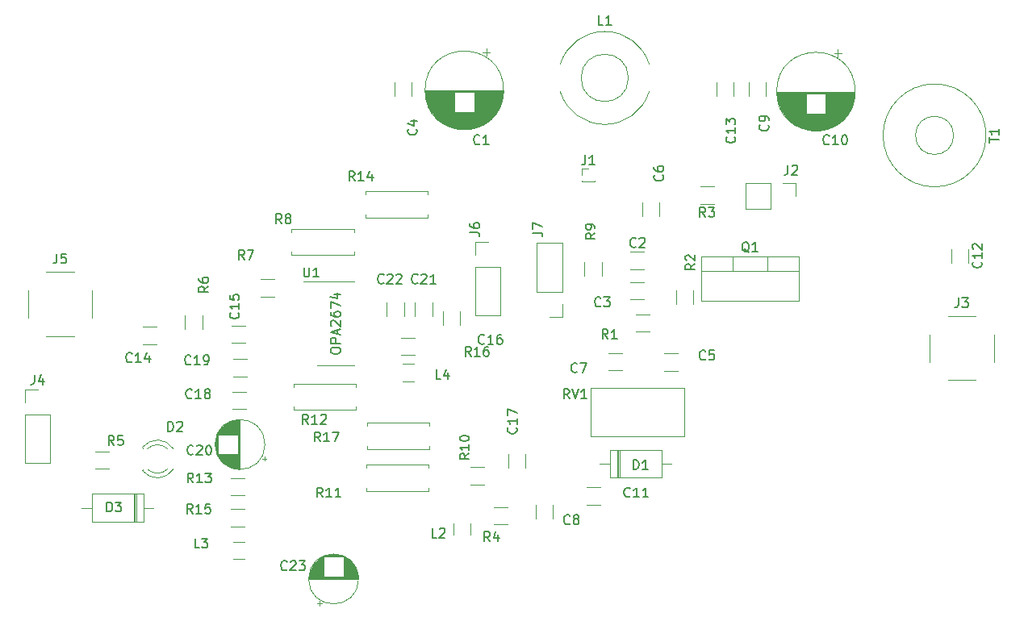
<source format=gbr>
%TF.GenerationSoftware,KiCad,Pcbnew,(6.0.7)*%
%TF.CreationDate,2023-02-12T14:45:51-05:00*%
%TF.ProjectId,Genesis_PA_Testing_v1,47656e65-7369-4735-9f50-415f54657374,rev?*%
%TF.SameCoordinates,Original*%
%TF.FileFunction,Legend,Top*%
%TF.FilePolarity,Positive*%
%FSLAX46Y46*%
G04 Gerber Fmt 4.6, Leading zero omitted, Abs format (unit mm)*
G04 Created by KiCad (PCBNEW (6.0.7)) date 2023-02-12 14:45:51*
%MOMM*%
%LPD*%
G01*
G04 APERTURE LIST*
%ADD10C,0.150000*%
%ADD11C,0.120000*%
G04 APERTURE END LIST*
D10*
%TO.C,R17*%
X111434642Y-129992380D02*
X111101309Y-129516190D01*
X110863214Y-129992380D02*
X110863214Y-128992380D01*
X111244166Y-128992380D01*
X111339404Y-129040000D01*
X111387023Y-129087619D01*
X111434642Y-129182857D01*
X111434642Y-129325714D01*
X111387023Y-129420952D01*
X111339404Y-129468571D01*
X111244166Y-129516190D01*
X110863214Y-129516190D01*
X112387023Y-129992380D02*
X111815595Y-129992380D01*
X112101309Y-129992380D02*
X112101309Y-128992380D01*
X112006071Y-129135238D01*
X111910833Y-129230476D01*
X111815595Y-129278095D01*
X112720357Y-128992380D02*
X113387023Y-128992380D01*
X112958452Y-129992380D01*
%TO.C,R14*%
X115054142Y-102623880D02*
X114720809Y-102147690D01*
X114482714Y-102623880D02*
X114482714Y-101623880D01*
X114863666Y-101623880D01*
X114958904Y-101671500D01*
X115006523Y-101719119D01*
X115054142Y-101814357D01*
X115054142Y-101957214D01*
X115006523Y-102052452D01*
X114958904Y-102100071D01*
X114863666Y-102147690D01*
X114482714Y-102147690D01*
X116006523Y-102623880D02*
X115435095Y-102623880D01*
X115720809Y-102623880D02*
X115720809Y-101623880D01*
X115625571Y-101766738D01*
X115530333Y-101861976D01*
X115435095Y-101909595D01*
X116863666Y-101957214D02*
X116863666Y-102623880D01*
X116625571Y-101576261D02*
X116387476Y-102290547D01*
X117006523Y-102290547D01*
%TO.C,R9*%
X140279380Y-108116666D02*
X139803190Y-108450000D01*
X140279380Y-108688095D02*
X139279380Y-108688095D01*
X139279380Y-108307142D01*
X139327000Y-108211904D01*
X139374619Y-108164285D01*
X139469857Y-108116666D01*
X139612714Y-108116666D01*
X139707952Y-108164285D01*
X139755571Y-108211904D01*
X139803190Y-108307142D01*
X139803190Y-108688095D01*
X140279380Y-107640476D02*
X140279380Y-107450000D01*
X140231761Y-107354761D01*
X140184142Y-107307142D01*
X140041285Y-107211904D01*
X139850809Y-107164285D01*
X139469857Y-107164285D01*
X139374619Y-107211904D01*
X139327000Y-107259523D01*
X139279380Y-107354761D01*
X139279380Y-107545238D01*
X139327000Y-107640476D01*
X139374619Y-107688095D01*
X139469857Y-107735714D01*
X139707952Y-107735714D01*
X139803190Y-107688095D01*
X139850809Y-107640476D01*
X139898428Y-107545238D01*
X139898428Y-107354761D01*
X139850809Y-107259523D01*
X139803190Y-107211904D01*
X139707952Y-107164285D01*
%TO.C,R8*%
X107402333Y-107111880D02*
X107069000Y-106635690D01*
X106830904Y-107111880D02*
X106830904Y-106111880D01*
X107211857Y-106111880D01*
X107307095Y-106159500D01*
X107354714Y-106207119D01*
X107402333Y-106302357D01*
X107402333Y-106445214D01*
X107354714Y-106540452D01*
X107307095Y-106588071D01*
X107211857Y-106635690D01*
X106830904Y-106635690D01*
X107973761Y-106540452D02*
X107878523Y-106492833D01*
X107830904Y-106445214D01*
X107783285Y-106349976D01*
X107783285Y-106302357D01*
X107830904Y-106207119D01*
X107878523Y-106159500D01*
X107973761Y-106111880D01*
X108164238Y-106111880D01*
X108259476Y-106159500D01*
X108307095Y-106207119D01*
X108354714Y-106302357D01*
X108354714Y-106349976D01*
X108307095Y-106445214D01*
X108259476Y-106492833D01*
X108164238Y-106540452D01*
X107973761Y-106540452D01*
X107878523Y-106588071D01*
X107830904Y-106635690D01*
X107783285Y-106730928D01*
X107783285Y-106921404D01*
X107830904Y-107016642D01*
X107878523Y-107064261D01*
X107973761Y-107111880D01*
X108164238Y-107111880D01*
X108259476Y-107064261D01*
X108307095Y-107016642D01*
X108354714Y-106921404D01*
X108354714Y-106730928D01*
X108307095Y-106635690D01*
X108259476Y-106588071D01*
X108164238Y-106540452D01*
%TO.C,R12*%
X110164642Y-128150880D02*
X109831309Y-127674690D01*
X109593214Y-128150880D02*
X109593214Y-127150880D01*
X109974166Y-127150880D01*
X110069404Y-127198500D01*
X110117023Y-127246119D01*
X110164642Y-127341357D01*
X110164642Y-127484214D01*
X110117023Y-127579452D01*
X110069404Y-127627071D01*
X109974166Y-127674690D01*
X109593214Y-127674690D01*
X111117023Y-128150880D02*
X110545595Y-128150880D01*
X110831309Y-128150880D02*
X110831309Y-127150880D01*
X110736071Y-127293738D01*
X110640833Y-127388976D01*
X110545595Y-127436595D01*
X111497976Y-127246119D02*
X111545595Y-127198500D01*
X111640833Y-127150880D01*
X111878928Y-127150880D01*
X111974166Y-127198500D01*
X112021785Y-127246119D01*
X112069404Y-127341357D01*
X112069404Y-127436595D01*
X112021785Y-127579452D01*
X111450357Y-128150880D01*
X112069404Y-128150880D01*
%TO.C,R11*%
X111688642Y-135834380D02*
X111355309Y-135358190D01*
X111117214Y-135834380D02*
X111117214Y-134834380D01*
X111498166Y-134834380D01*
X111593404Y-134882000D01*
X111641023Y-134929619D01*
X111688642Y-135024857D01*
X111688642Y-135167714D01*
X111641023Y-135262952D01*
X111593404Y-135310571D01*
X111498166Y-135358190D01*
X111117214Y-135358190D01*
X112641023Y-135834380D02*
X112069595Y-135834380D01*
X112355309Y-135834380D02*
X112355309Y-134834380D01*
X112260071Y-134977238D01*
X112164833Y-135072476D01*
X112069595Y-135120095D01*
X113593404Y-135834380D02*
X113021976Y-135834380D01*
X113307690Y-135834380D02*
X113307690Y-134834380D01*
X113212452Y-134977238D01*
X113117214Y-135072476D01*
X113021976Y-135120095D01*
%TO.C,R16*%
X127246142Y-121038880D02*
X126912809Y-120562690D01*
X126674714Y-121038880D02*
X126674714Y-120038880D01*
X127055666Y-120038880D01*
X127150904Y-120086500D01*
X127198523Y-120134119D01*
X127246142Y-120229357D01*
X127246142Y-120372214D01*
X127198523Y-120467452D01*
X127150904Y-120515071D01*
X127055666Y-120562690D01*
X126674714Y-120562690D01*
X128198523Y-121038880D02*
X127627095Y-121038880D01*
X127912809Y-121038880D02*
X127912809Y-120038880D01*
X127817571Y-120181738D01*
X127722333Y-120276976D01*
X127627095Y-120324595D01*
X129055666Y-120038880D02*
X128865190Y-120038880D01*
X128769952Y-120086500D01*
X128722333Y-120134119D01*
X128627095Y-120276976D01*
X128579476Y-120467452D01*
X128579476Y-120848404D01*
X128627095Y-120943642D01*
X128674714Y-120991261D01*
X128769952Y-121038880D01*
X128960428Y-121038880D01*
X129055666Y-120991261D01*
X129103285Y-120943642D01*
X129150904Y-120848404D01*
X129150904Y-120610309D01*
X129103285Y-120515071D01*
X129055666Y-120467452D01*
X128960428Y-120419833D01*
X128769952Y-120419833D01*
X128674714Y-120467452D01*
X128627095Y-120515071D01*
X128579476Y-120610309D01*
%TO.C,R10*%
X127071380Y-131262357D02*
X126595190Y-131595690D01*
X127071380Y-131833785D02*
X126071380Y-131833785D01*
X126071380Y-131452833D01*
X126119000Y-131357595D01*
X126166619Y-131309976D01*
X126261857Y-131262357D01*
X126404714Y-131262357D01*
X126499952Y-131309976D01*
X126547571Y-131357595D01*
X126595190Y-131452833D01*
X126595190Y-131833785D01*
X127071380Y-130309976D02*
X127071380Y-130881404D01*
X127071380Y-130595690D02*
X126071380Y-130595690D01*
X126214238Y-130690928D01*
X126309476Y-130786166D01*
X126357095Y-130881404D01*
X126071380Y-129690928D02*
X126071380Y-129595690D01*
X126119000Y-129500452D01*
X126166619Y-129452833D01*
X126261857Y-129405214D01*
X126452333Y-129357595D01*
X126690428Y-129357595D01*
X126880904Y-129405214D01*
X126976142Y-129452833D01*
X127023761Y-129500452D01*
X127071380Y-129595690D01*
X127071380Y-129690928D01*
X127023761Y-129786166D01*
X126976142Y-129833785D01*
X126880904Y-129881404D01*
X126690428Y-129929023D01*
X126452333Y-129929023D01*
X126261857Y-129881404D01*
X126166619Y-129833785D01*
X126119000Y-129786166D01*
X126071380Y-129690928D01*
%TO.C,C23*%
X107942142Y-143422642D02*
X107894523Y-143470261D01*
X107751666Y-143517880D01*
X107656428Y-143517880D01*
X107513571Y-143470261D01*
X107418333Y-143375023D01*
X107370714Y-143279785D01*
X107323095Y-143089309D01*
X107323095Y-142946452D01*
X107370714Y-142755976D01*
X107418333Y-142660738D01*
X107513571Y-142565500D01*
X107656428Y-142517880D01*
X107751666Y-142517880D01*
X107894523Y-142565500D01*
X107942142Y-142613119D01*
X108323095Y-142613119D02*
X108370714Y-142565500D01*
X108465952Y-142517880D01*
X108704047Y-142517880D01*
X108799285Y-142565500D01*
X108846904Y-142613119D01*
X108894523Y-142708357D01*
X108894523Y-142803595D01*
X108846904Y-142946452D01*
X108275476Y-143517880D01*
X108894523Y-143517880D01*
X109227857Y-142517880D02*
X109846904Y-142517880D01*
X109513571Y-142898833D01*
X109656428Y-142898833D01*
X109751666Y-142946452D01*
X109799285Y-142994071D01*
X109846904Y-143089309D01*
X109846904Y-143327404D01*
X109799285Y-143422642D01*
X109751666Y-143470261D01*
X109656428Y-143517880D01*
X109370714Y-143517880D01*
X109275476Y-143470261D01*
X109227857Y-143422642D01*
%TO.C,L1*%
X141120833Y-86260880D02*
X140644642Y-86260880D01*
X140644642Y-85260880D01*
X141977976Y-86260880D02*
X141406547Y-86260880D01*
X141692261Y-86260880D02*
X141692261Y-85260880D01*
X141597023Y-85403738D01*
X141501785Y-85498976D01*
X141406547Y-85546595D01*
%TO.C,C14*%
X91686142Y-121578642D02*
X91638523Y-121626261D01*
X91495666Y-121673880D01*
X91400428Y-121673880D01*
X91257571Y-121626261D01*
X91162333Y-121531023D01*
X91114714Y-121435785D01*
X91067095Y-121245309D01*
X91067095Y-121102452D01*
X91114714Y-120911976D01*
X91162333Y-120816738D01*
X91257571Y-120721500D01*
X91400428Y-120673880D01*
X91495666Y-120673880D01*
X91638523Y-120721500D01*
X91686142Y-120769119D01*
X92638523Y-121673880D02*
X92067095Y-121673880D01*
X92352809Y-121673880D02*
X92352809Y-120673880D01*
X92257571Y-120816738D01*
X92162333Y-120911976D01*
X92067095Y-120959595D01*
X93495666Y-121007214D02*
X93495666Y-121673880D01*
X93257571Y-120626261D02*
X93019476Y-121340547D01*
X93638523Y-121340547D01*
%TO.C,C7*%
X138390333Y-122658142D02*
X138342714Y-122705761D01*
X138199857Y-122753380D01*
X138104619Y-122753380D01*
X137961761Y-122705761D01*
X137866523Y-122610523D01*
X137818904Y-122515285D01*
X137771285Y-122324809D01*
X137771285Y-122181952D01*
X137818904Y-121991476D01*
X137866523Y-121896238D01*
X137961761Y-121801000D01*
X138104619Y-121753380D01*
X138199857Y-121753380D01*
X138342714Y-121801000D01*
X138390333Y-121848619D01*
X138723666Y-121753380D02*
X139390333Y-121753380D01*
X138961761Y-122753380D01*
%TO.C,C21*%
X121658142Y-113323642D02*
X121610523Y-113371261D01*
X121467666Y-113418880D01*
X121372428Y-113418880D01*
X121229571Y-113371261D01*
X121134333Y-113276023D01*
X121086714Y-113180785D01*
X121039095Y-112990309D01*
X121039095Y-112847452D01*
X121086714Y-112656976D01*
X121134333Y-112561738D01*
X121229571Y-112466500D01*
X121372428Y-112418880D01*
X121467666Y-112418880D01*
X121610523Y-112466500D01*
X121658142Y-112514119D01*
X122039095Y-112514119D02*
X122086714Y-112466500D01*
X122181952Y-112418880D01*
X122420047Y-112418880D01*
X122515285Y-112466500D01*
X122562904Y-112514119D01*
X122610523Y-112609357D01*
X122610523Y-112704595D01*
X122562904Y-112847452D01*
X121991476Y-113418880D01*
X122610523Y-113418880D01*
X123562904Y-113418880D02*
X122991476Y-113418880D01*
X123277190Y-113418880D02*
X123277190Y-112418880D01*
X123181952Y-112561738D01*
X123086714Y-112656976D01*
X122991476Y-112704595D01*
%TO.C,T1*%
X181647380Y-98615404D02*
X181647380Y-98043976D01*
X182647380Y-98329690D02*
X181647380Y-98329690D01*
X182647380Y-97186833D02*
X182647380Y-97758261D01*
X182647380Y-97472547D02*
X181647380Y-97472547D01*
X181790238Y-97567785D01*
X181885476Y-97663023D01*
X181933095Y-97758261D01*
%TO.C,J5*%
X83804166Y-110272380D02*
X83804166Y-110986666D01*
X83756547Y-111129523D01*
X83661309Y-111224761D01*
X83518452Y-111272380D01*
X83423214Y-111272380D01*
X84756547Y-110272380D02*
X84280357Y-110272380D01*
X84232738Y-110748571D01*
X84280357Y-110700952D01*
X84375595Y-110653333D01*
X84613690Y-110653333D01*
X84708928Y-110700952D01*
X84756547Y-110748571D01*
X84804166Y-110843809D01*
X84804166Y-111081904D01*
X84756547Y-111177142D01*
X84708928Y-111224761D01*
X84613690Y-111272380D01*
X84375595Y-111272380D01*
X84280357Y-111224761D01*
X84232738Y-111177142D01*
%TO.C,RV1*%
X137580761Y-125483880D02*
X137247428Y-125007690D01*
X137009333Y-125483880D02*
X137009333Y-124483880D01*
X137390285Y-124483880D01*
X137485523Y-124531500D01*
X137533142Y-124579119D01*
X137580761Y-124674357D01*
X137580761Y-124817214D01*
X137533142Y-124912452D01*
X137485523Y-124960071D01*
X137390285Y-125007690D01*
X137009333Y-125007690D01*
X137866476Y-124483880D02*
X138199809Y-125483880D01*
X138533142Y-124483880D01*
X139390285Y-125483880D02*
X138818857Y-125483880D01*
X139104571Y-125483880D02*
X139104571Y-124483880D01*
X139009333Y-124626738D01*
X138914095Y-124721976D01*
X138818857Y-124769595D01*
%TO.C,R6*%
X99702880Y-113704666D02*
X99226690Y-114038000D01*
X99702880Y-114276095D02*
X98702880Y-114276095D01*
X98702880Y-113895142D01*
X98750500Y-113799904D01*
X98798119Y-113752285D01*
X98893357Y-113704666D01*
X99036214Y-113704666D01*
X99131452Y-113752285D01*
X99179071Y-113799904D01*
X99226690Y-113895142D01*
X99226690Y-114276095D01*
X98702880Y-112847523D02*
X98702880Y-113038000D01*
X98750500Y-113133238D01*
X98798119Y-113180857D01*
X98940976Y-113276095D01*
X99131452Y-113323714D01*
X99512404Y-113323714D01*
X99607642Y-113276095D01*
X99655261Y-113228476D01*
X99702880Y-113133238D01*
X99702880Y-112942761D01*
X99655261Y-112847523D01*
X99607642Y-112799904D01*
X99512404Y-112752285D01*
X99274309Y-112752285D01*
X99179071Y-112799904D01*
X99131452Y-112847523D01*
X99083833Y-112942761D01*
X99083833Y-113133238D01*
X99131452Y-113228476D01*
X99179071Y-113276095D01*
X99274309Y-113323714D01*
%TO.C,R13*%
X98099642Y-134310380D02*
X97766309Y-133834190D01*
X97528214Y-134310380D02*
X97528214Y-133310380D01*
X97909166Y-133310380D01*
X98004404Y-133358000D01*
X98052023Y-133405619D01*
X98099642Y-133500857D01*
X98099642Y-133643714D01*
X98052023Y-133738952D01*
X98004404Y-133786571D01*
X97909166Y-133834190D01*
X97528214Y-133834190D01*
X99052023Y-134310380D02*
X98480595Y-134310380D01*
X98766309Y-134310380D02*
X98766309Y-133310380D01*
X98671071Y-133453238D01*
X98575833Y-133548476D01*
X98480595Y-133596095D01*
X99385357Y-133310380D02*
X100004404Y-133310380D01*
X99671071Y-133691333D01*
X99813928Y-133691333D01*
X99909166Y-133738952D01*
X99956785Y-133786571D01*
X100004404Y-133881809D01*
X100004404Y-134119904D01*
X99956785Y-134215142D01*
X99909166Y-134262761D01*
X99813928Y-134310380D01*
X99528214Y-134310380D01*
X99432976Y-134262761D01*
X99385357Y-134215142D01*
%TO.C,C22*%
X118102142Y-113323642D02*
X118054523Y-113371261D01*
X117911666Y-113418880D01*
X117816428Y-113418880D01*
X117673571Y-113371261D01*
X117578333Y-113276023D01*
X117530714Y-113180785D01*
X117483095Y-112990309D01*
X117483095Y-112847452D01*
X117530714Y-112656976D01*
X117578333Y-112561738D01*
X117673571Y-112466500D01*
X117816428Y-112418880D01*
X117911666Y-112418880D01*
X118054523Y-112466500D01*
X118102142Y-112514119D01*
X118483095Y-112514119D02*
X118530714Y-112466500D01*
X118625952Y-112418880D01*
X118864047Y-112418880D01*
X118959285Y-112466500D01*
X119006904Y-112514119D01*
X119054523Y-112609357D01*
X119054523Y-112704595D01*
X119006904Y-112847452D01*
X118435476Y-113418880D01*
X119054523Y-113418880D01*
X119435476Y-112514119D02*
X119483095Y-112466500D01*
X119578333Y-112418880D01*
X119816428Y-112418880D01*
X119911666Y-112466500D01*
X119959285Y-112514119D01*
X120006904Y-112609357D01*
X120006904Y-112704595D01*
X119959285Y-112847452D01*
X119387857Y-113418880D01*
X120006904Y-113418880D01*
%TO.C,C17*%
X131992642Y-128531857D02*
X132040261Y-128579476D01*
X132087880Y-128722333D01*
X132087880Y-128817571D01*
X132040261Y-128960428D01*
X131945023Y-129055666D01*
X131849785Y-129103285D01*
X131659309Y-129150904D01*
X131516452Y-129150904D01*
X131325976Y-129103285D01*
X131230738Y-129055666D01*
X131135500Y-128960428D01*
X131087880Y-128817571D01*
X131087880Y-128722333D01*
X131135500Y-128579476D01*
X131183119Y-128531857D01*
X132087880Y-127579476D02*
X132087880Y-128150904D01*
X132087880Y-127865190D02*
X131087880Y-127865190D01*
X131230738Y-127960428D01*
X131325976Y-128055666D01*
X131373595Y-128150904D01*
X131087880Y-127246142D02*
X131087880Y-126579476D01*
X132087880Y-127008047D01*
%TO.C,C15*%
X102846142Y-116466857D02*
X102893761Y-116514476D01*
X102941380Y-116657333D01*
X102941380Y-116752571D01*
X102893761Y-116895428D01*
X102798523Y-116990666D01*
X102703285Y-117038285D01*
X102512809Y-117085904D01*
X102369952Y-117085904D01*
X102179476Y-117038285D01*
X102084238Y-116990666D01*
X101989000Y-116895428D01*
X101941380Y-116752571D01*
X101941380Y-116657333D01*
X101989000Y-116514476D01*
X102036619Y-116466857D01*
X102941380Y-115514476D02*
X102941380Y-116085904D01*
X102941380Y-115800190D02*
X101941380Y-115800190D01*
X102084238Y-115895428D01*
X102179476Y-115990666D01*
X102227095Y-116085904D01*
X101941380Y-114609714D02*
X101941380Y-115085904D01*
X102417571Y-115133523D01*
X102369952Y-115085904D01*
X102322333Y-114990666D01*
X102322333Y-114752571D01*
X102369952Y-114657333D01*
X102417571Y-114609714D01*
X102512809Y-114562095D01*
X102750904Y-114562095D01*
X102846142Y-114609714D01*
X102893761Y-114657333D01*
X102941380Y-114752571D01*
X102941380Y-114990666D01*
X102893761Y-115085904D01*
X102846142Y-115133523D01*
%TO.C,R7*%
X103465333Y-110878880D02*
X103132000Y-110402690D01*
X102893904Y-110878880D02*
X102893904Y-109878880D01*
X103274857Y-109878880D01*
X103370095Y-109926500D01*
X103417714Y-109974119D01*
X103465333Y-110069357D01*
X103465333Y-110212214D01*
X103417714Y-110307452D01*
X103370095Y-110355071D01*
X103274857Y-110402690D01*
X102893904Y-110402690D01*
X103798666Y-109878880D02*
X104465333Y-109878880D01*
X104036761Y-110878880D01*
%TO.C,C11*%
X143946642Y-135739142D02*
X143899023Y-135786761D01*
X143756166Y-135834380D01*
X143660928Y-135834380D01*
X143518071Y-135786761D01*
X143422833Y-135691523D01*
X143375214Y-135596285D01*
X143327595Y-135405809D01*
X143327595Y-135262952D01*
X143375214Y-135072476D01*
X143422833Y-134977238D01*
X143518071Y-134882000D01*
X143660928Y-134834380D01*
X143756166Y-134834380D01*
X143899023Y-134882000D01*
X143946642Y-134929619D01*
X144899023Y-135834380D02*
X144327595Y-135834380D01*
X144613309Y-135834380D02*
X144613309Y-134834380D01*
X144518071Y-134977238D01*
X144422833Y-135072476D01*
X144327595Y-135120095D01*
X145851404Y-135834380D02*
X145279976Y-135834380D01*
X145565690Y-135834380D02*
X145565690Y-134834380D01*
X145470452Y-134977238D01*
X145375214Y-135072476D01*
X145279976Y-135120095D01*
%TO.C,J2*%
X160512166Y-100988880D02*
X160512166Y-101703166D01*
X160464547Y-101846023D01*
X160369309Y-101941261D01*
X160226452Y-101988880D01*
X160131214Y-101988880D01*
X160940738Y-101084119D02*
X160988357Y-101036500D01*
X161083595Y-100988880D01*
X161321690Y-100988880D01*
X161416928Y-101036500D01*
X161464547Y-101084119D01*
X161512166Y-101179357D01*
X161512166Y-101274595D01*
X161464547Y-101417452D01*
X160893119Y-101988880D01*
X161512166Y-101988880D01*
%TO.C,R4*%
X129246333Y-140469880D02*
X128913000Y-139993690D01*
X128674904Y-140469880D02*
X128674904Y-139469880D01*
X129055857Y-139469880D01*
X129151095Y-139517500D01*
X129198714Y-139565119D01*
X129246333Y-139660357D01*
X129246333Y-139803214D01*
X129198714Y-139898452D01*
X129151095Y-139946071D01*
X129055857Y-139993690D01*
X128674904Y-139993690D01*
X130103476Y-139803214D02*
X130103476Y-140469880D01*
X129865380Y-139422261D02*
X129627285Y-140136547D01*
X130246333Y-140136547D01*
%TO.C,R3*%
X151854333Y-106412380D02*
X151521000Y-105936190D01*
X151282904Y-106412380D02*
X151282904Y-105412380D01*
X151663857Y-105412380D01*
X151759095Y-105460000D01*
X151806714Y-105507619D01*
X151854333Y-105602857D01*
X151854333Y-105745714D01*
X151806714Y-105840952D01*
X151759095Y-105888571D01*
X151663857Y-105936190D01*
X151282904Y-105936190D01*
X152187666Y-105412380D02*
X152806714Y-105412380D01*
X152473380Y-105793333D01*
X152616238Y-105793333D01*
X152711476Y-105840952D01*
X152759095Y-105888571D01*
X152806714Y-105983809D01*
X152806714Y-106221904D01*
X152759095Y-106317142D01*
X152711476Y-106364761D01*
X152616238Y-106412380D01*
X152330523Y-106412380D01*
X152235285Y-106364761D01*
X152187666Y-106317142D01*
%TO.C,L4*%
X124102833Y-123451880D02*
X123626642Y-123451880D01*
X123626642Y-122451880D01*
X124864738Y-122785214D02*
X124864738Y-123451880D01*
X124626642Y-122404261D02*
X124388547Y-123118547D01*
X125007595Y-123118547D01*
%TO.C,R15*%
X98036142Y-137548880D02*
X97702809Y-137072690D01*
X97464714Y-137548880D02*
X97464714Y-136548880D01*
X97845666Y-136548880D01*
X97940904Y-136596500D01*
X97988523Y-136644119D01*
X98036142Y-136739357D01*
X98036142Y-136882214D01*
X97988523Y-136977452D01*
X97940904Y-137025071D01*
X97845666Y-137072690D01*
X97464714Y-137072690D01*
X98988523Y-137548880D02*
X98417095Y-137548880D01*
X98702809Y-137548880D02*
X98702809Y-136548880D01*
X98607571Y-136691738D01*
X98512333Y-136786976D01*
X98417095Y-136834595D01*
X99893285Y-136548880D02*
X99417095Y-136548880D01*
X99369476Y-137025071D01*
X99417095Y-136977452D01*
X99512333Y-136929833D01*
X99750428Y-136929833D01*
X99845666Y-136977452D01*
X99893285Y-137025071D01*
X99940904Y-137120309D01*
X99940904Y-137358404D01*
X99893285Y-137453642D01*
X99845666Y-137501261D01*
X99750428Y-137548880D01*
X99512333Y-137548880D01*
X99417095Y-137501261D01*
X99369476Y-137453642D01*
%TO.C,D2*%
X95459404Y-128912880D02*
X95459404Y-127912880D01*
X95697500Y-127912880D01*
X95840357Y-127960500D01*
X95935595Y-128055738D01*
X95983214Y-128150976D01*
X96030833Y-128341452D01*
X96030833Y-128484309D01*
X95983214Y-128674785D01*
X95935595Y-128770023D01*
X95840357Y-128865261D01*
X95697500Y-128912880D01*
X95459404Y-128912880D01*
X96411785Y-128008119D02*
X96459404Y-127960500D01*
X96554642Y-127912880D01*
X96792738Y-127912880D01*
X96887976Y-127960500D01*
X96935595Y-128008119D01*
X96983214Y-128103357D01*
X96983214Y-128198595D01*
X96935595Y-128341452D01*
X96364166Y-128912880D01*
X96983214Y-128912880D01*
%TO.C,L3*%
X98766333Y-141168380D02*
X98290142Y-141168380D01*
X98290142Y-140168380D01*
X99004428Y-140168380D02*
X99623476Y-140168380D01*
X99290142Y-140549333D01*
X99433000Y-140549333D01*
X99528238Y-140596952D01*
X99575857Y-140644571D01*
X99623476Y-140739809D01*
X99623476Y-140977904D01*
X99575857Y-141073142D01*
X99528238Y-141120761D01*
X99433000Y-141168380D01*
X99147285Y-141168380D01*
X99052047Y-141120761D01*
X99004428Y-141073142D01*
%TO.C,C16*%
X128643142Y-119673642D02*
X128595523Y-119721261D01*
X128452666Y-119768880D01*
X128357428Y-119768880D01*
X128214571Y-119721261D01*
X128119333Y-119626023D01*
X128071714Y-119530785D01*
X128024095Y-119340309D01*
X128024095Y-119197452D01*
X128071714Y-119006976D01*
X128119333Y-118911738D01*
X128214571Y-118816500D01*
X128357428Y-118768880D01*
X128452666Y-118768880D01*
X128595523Y-118816500D01*
X128643142Y-118864119D01*
X129595523Y-119768880D02*
X129024095Y-119768880D01*
X129309809Y-119768880D02*
X129309809Y-118768880D01*
X129214571Y-118911738D01*
X129119333Y-119006976D01*
X129024095Y-119054595D01*
X130452666Y-118768880D02*
X130262190Y-118768880D01*
X130166952Y-118816500D01*
X130119333Y-118864119D01*
X130024095Y-119006976D01*
X129976476Y-119197452D01*
X129976476Y-119578404D01*
X130024095Y-119673642D01*
X130071714Y-119721261D01*
X130166952Y-119768880D01*
X130357428Y-119768880D01*
X130452666Y-119721261D01*
X130500285Y-119673642D01*
X130547904Y-119578404D01*
X130547904Y-119340309D01*
X130500285Y-119245071D01*
X130452666Y-119197452D01*
X130357428Y-119149833D01*
X130166952Y-119149833D01*
X130071714Y-119197452D01*
X130024095Y-119245071D01*
X129976476Y-119340309D01*
%TO.C,C20*%
X98098255Y-131294142D02*
X98050636Y-131341761D01*
X97907779Y-131389380D01*
X97812541Y-131389380D01*
X97669684Y-131341761D01*
X97574446Y-131246523D01*
X97526827Y-131151285D01*
X97479208Y-130960809D01*
X97479208Y-130817952D01*
X97526827Y-130627476D01*
X97574446Y-130532238D01*
X97669684Y-130437000D01*
X97812541Y-130389380D01*
X97907779Y-130389380D01*
X98050636Y-130437000D01*
X98098255Y-130484619D01*
X98479208Y-130484619D02*
X98526827Y-130437000D01*
X98622065Y-130389380D01*
X98860160Y-130389380D01*
X98955398Y-130437000D01*
X99003017Y-130484619D01*
X99050636Y-130579857D01*
X99050636Y-130675095D01*
X99003017Y-130817952D01*
X98431589Y-131389380D01*
X99050636Y-131389380D01*
X99669684Y-130389380D02*
X99764922Y-130389380D01*
X99860160Y-130437000D01*
X99907779Y-130484619D01*
X99955398Y-130579857D01*
X100003017Y-130770333D01*
X100003017Y-131008428D01*
X99955398Y-131198904D01*
X99907779Y-131294142D01*
X99860160Y-131341761D01*
X99764922Y-131389380D01*
X99669684Y-131389380D01*
X99574446Y-131341761D01*
X99526827Y-131294142D01*
X99479208Y-131198904D01*
X99431589Y-131008428D01*
X99431589Y-130770333D01*
X99479208Y-130579857D01*
X99526827Y-130484619D01*
X99574446Y-130437000D01*
X99669684Y-130389380D01*
%TO.C,D3*%
X89050904Y-137358380D02*
X89050904Y-136358380D01*
X89289000Y-136358380D01*
X89431857Y-136406000D01*
X89527095Y-136501238D01*
X89574714Y-136596476D01*
X89622333Y-136786952D01*
X89622333Y-136929809D01*
X89574714Y-137120285D01*
X89527095Y-137215523D01*
X89431857Y-137310761D01*
X89289000Y-137358380D01*
X89050904Y-137358380D01*
X89955666Y-136358380D02*
X90574714Y-136358380D01*
X90241380Y-136739333D01*
X90384238Y-136739333D01*
X90479476Y-136786952D01*
X90527095Y-136834571D01*
X90574714Y-136929809D01*
X90574714Y-137167904D01*
X90527095Y-137263142D01*
X90479476Y-137310761D01*
X90384238Y-137358380D01*
X90098523Y-137358380D01*
X90003285Y-137310761D01*
X89955666Y-137263142D01*
%TO.C,U1*%
X109728095Y-111720380D02*
X109728095Y-112529904D01*
X109775714Y-112625142D01*
X109823333Y-112672761D01*
X109918571Y-112720380D01*
X110109047Y-112720380D01*
X110204285Y-112672761D01*
X110251904Y-112625142D01*
X110299523Y-112529904D01*
X110299523Y-111720380D01*
X111299523Y-112720380D02*
X110728095Y-112720380D01*
X111013809Y-112720380D02*
X111013809Y-111720380D01*
X110918571Y-111863238D01*
X110823333Y-111958476D01*
X110728095Y-112006095D01*
X112545880Y-120530571D02*
X112545880Y-120340095D01*
X112593500Y-120244857D01*
X112688738Y-120149619D01*
X112879214Y-120102000D01*
X113212547Y-120102000D01*
X113403023Y-120149619D01*
X113498261Y-120244857D01*
X113545880Y-120340095D01*
X113545880Y-120530571D01*
X113498261Y-120625809D01*
X113403023Y-120721047D01*
X113212547Y-120768666D01*
X112879214Y-120768666D01*
X112688738Y-120721047D01*
X112593500Y-120625809D01*
X112545880Y-120530571D01*
X113545880Y-119673428D02*
X112545880Y-119673428D01*
X112545880Y-119292476D01*
X112593500Y-119197238D01*
X112641119Y-119149619D01*
X112736357Y-119102000D01*
X112879214Y-119102000D01*
X112974452Y-119149619D01*
X113022071Y-119197238D01*
X113069690Y-119292476D01*
X113069690Y-119673428D01*
X113260166Y-118721047D02*
X113260166Y-118244857D01*
X113545880Y-118816285D02*
X112545880Y-118482952D01*
X113545880Y-118149619D01*
X112641119Y-117863904D02*
X112593500Y-117816285D01*
X112545880Y-117721047D01*
X112545880Y-117482952D01*
X112593500Y-117387714D01*
X112641119Y-117340095D01*
X112736357Y-117292476D01*
X112831595Y-117292476D01*
X112974452Y-117340095D01*
X113545880Y-117911523D01*
X113545880Y-117292476D01*
X112545880Y-116435333D02*
X112545880Y-116625809D01*
X112593500Y-116721047D01*
X112641119Y-116768666D01*
X112783976Y-116863904D01*
X112974452Y-116911523D01*
X113355404Y-116911523D01*
X113450642Y-116863904D01*
X113498261Y-116816285D01*
X113545880Y-116721047D01*
X113545880Y-116530571D01*
X113498261Y-116435333D01*
X113450642Y-116387714D01*
X113355404Y-116340095D01*
X113117309Y-116340095D01*
X113022071Y-116387714D01*
X112974452Y-116435333D01*
X112926833Y-116530571D01*
X112926833Y-116721047D01*
X112974452Y-116816285D01*
X113022071Y-116863904D01*
X113117309Y-116911523D01*
X112545880Y-116006761D02*
X112545880Y-115340095D01*
X113545880Y-115768666D01*
X112879214Y-114530571D02*
X113545880Y-114530571D01*
X112498261Y-114768666D02*
X113212547Y-115006761D01*
X113212547Y-114387714D01*
%TO.C,J3*%
X178419166Y-114907880D02*
X178419166Y-115622166D01*
X178371547Y-115765023D01*
X178276309Y-115860261D01*
X178133452Y-115907880D01*
X178038214Y-115907880D01*
X178800119Y-114907880D02*
X179419166Y-114907880D01*
X179085833Y-115288833D01*
X179228690Y-115288833D01*
X179323928Y-115336452D01*
X179371547Y-115384071D01*
X179419166Y-115479309D01*
X179419166Y-115717404D01*
X179371547Y-115812642D01*
X179323928Y-115860261D01*
X179228690Y-115907880D01*
X178942976Y-115907880D01*
X178847738Y-115860261D01*
X178800119Y-115812642D01*
%TO.C,C6*%
X147359642Y-102020666D02*
X147407261Y-102068285D01*
X147454880Y-102211142D01*
X147454880Y-102306380D01*
X147407261Y-102449238D01*
X147312023Y-102544476D01*
X147216785Y-102592095D01*
X147026309Y-102639714D01*
X146883452Y-102639714D01*
X146692976Y-102592095D01*
X146597738Y-102544476D01*
X146502500Y-102449238D01*
X146454880Y-102306380D01*
X146454880Y-102211142D01*
X146502500Y-102068285D01*
X146550119Y-102020666D01*
X146454880Y-101163523D02*
X146454880Y-101354000D01*
X146502500Y-101449238D01*
X146550119Y-101496857D01*
X146692976Y-101592095D01*
X146883452Y-101639714D01*
X147264404Y-101639714D01*
X147359642Y-101592095D01*
X147407261Y-101544476D01*
X147454880Y-101449238D01*
X147454880Y-101258761D01*
X147407261Y-101163523D01*
X147359642Y-101115904D01*
X147264404Y-101068285D01*
X147026309Y-101068285D01*
X146931071Y-101115904D01*
X146883452Y-101163523D01*
X146835833Y-101258761D01*
X146835833Y-101449238D01*
X146883452Y-101544476D01*
X146931071Y-101592095D01*
X147026309Y-101639714D01*
%TO.C,Q1*%
X156432261Y-110133119D02*
X156337023Y-110085500D01*
X156241785Y-109990261D01*
X156098928Y-109847404D01*
X156003690Y-109799785D01*
X155908452Y-109799785D01*
X155956071Y-110037880D02*
X155860833Y-109990261D01*
X155765595Y-109895023D01*
X155717976Y-109704547D01*
X155717976Y-109371214D01*
X155765595Y-109180738D01*
X155860833Y-109085500D01*
X155956071Y-109037880D01*
X156146547Y-109037880D01*
X156241785Y-109085500D01*
X156337023Y-109180738D01*
X156384642Y-109371214D01*
X156384642Y-109704547D01*
X156337023Y-109895023D01*
X156241785Y-109990261D01*
X156146547Y-110037880D01*
X155956071Y-110037880D01*
X157337023Y-110037880D02*
X156765595Y-110037880D01*
X157051309Y-110037880D02*
X157051309Y-109037880D01*
X156956071Y-109180738D01*
X156860833Y-109275976D01*
X156765595Y-109323595D01*
%TO.C,C18*%
X97972642Y-125388642D02*
X97925023Y-125436261D01*
X97782166Y-125483880D01*
X97686928Y-125483880D01*
X97544071Y-125436261D01*
X97448833Y-125341023D01*
X97401214Y-125245785D01*
X97353595Y-125055309D01*
X97353595Y-124912452D01*
X97401214Y-124721976D01*
X97448833Y-124626738D01*
X97544071Y-124531500D01*
X97686928Y-124483880D01*
X97782166Y-124483880D01*
X97925023Y-124531500D01*
X97972642Y-124579119D01*
X98925023Y-125483880D02*
X98353595Y-125483880D01*
X98639309Y-125483880D02*
X98639309Y-124483880D01*
X98544071Y-124626738D01*
X98448833Y-124721976D01*
X98353595Y-124769595D01*
X99496452Y-124912452D02*
X99401214Y-124864833D01*
X99353595Y-124817214D01*
X99305976Y-124721976D01*
X99305976Y-124674357D01*
X99353595Y-124579119D01*
X99401214Y-124531500D01*
X99496452Y-124483880D01*
X99686928Y-124483880D01*
X99782166Y-124531500D01*
X99829785Y-124579119D01*
X99877404Y-124674357D01*
X99877404Y-124721976D01*
X99829785Y-124817214D01*
X99782166Y-124864833D01*
X99686928Y-124912452D01*
X99496452Y-124912452D01*
X99401214Y-124960071D01*
X99353595Y-125007690D01*
X99305976Y-125102928D01*
X99305976Y-125293404D01*
X99353595Y-125388642D01*
X99401214Y-125436261D01*
X99496452Y-125483880D01*
X99686928Y-125483880D01*
X99782166Y-125436261D01*
X99829785Y-125388642D01*
X99877404Y-125293404D01*
X99877404Y-125102928D01*
X99829785Y-125007690D01*
X99782166Y-124960071D01*
X99686928Y-124912452D01*
%TO.C,C19*%
X97845642Y-121832642D02*
X97798023Y-121880261D01*
X97655166Y-121927880D01*
X97559928Y-121927880D01*
X97417071Y-121880261D01*
X97321833Y-121785023D01*
X97274214Y-121689785D01*
X97226595Y-121499309D01*
X97226595Y-121356452D01*
X97274214Y-121165976D01*
X97321833Y-121070738D01*
X97417071Y-120975500D01*
X97559928Y-120927880D01*
X97655166Y-120927880D01*
X97798023Y-120975500D01*
X97845642Y-121023119D01*
X98798023Y-121927880D02*
X98226595Y-121927880D01*
X98512309Y-121927880D02*
X98512309Y-120927880D01*
X98417071Y-121070738D01*
X98321833Y-121165976D01*
X98226595Y-121213595D01*
X99274214Y-121927880D02*
X99464690Y-121927880D01*
X99559928Y-121880261D01*
X99607547Y-121832642D01*
X99702785Y-121689785D01*
X99750404Y-121499309D01*
X99750404Y-121118357D01*
X99702785Y-121023119D01*
X99655166Y-120975500D01*
X99559928Y-120927880D01*
X99369452Y-120927880D01*
X99274214Y-120975500D01*
X99226595Y-121023119D01*
X99178976Y-121118357D01*
X99178976Y-121356452D01*
X99226595Y-121451690D01*
X99274214Y-121499309D01*
X99369452Y-121546928D01*
X99559928Y-121546928D01*
X99655166Y-121499309D01*
X99702785Y-121451690D01*
X99750404Y-121356452D01*
%TO.C,D1*%
X144295904Y-132913380D02*
X144295904Y-131913380D01*
X144534000Y-131913380D01*
X144676857Y-131961000D01*
X144772095Y-132056238D01*
X144819714Y-132151476D01*
X144867333Y-132341952D01*
X144867333Y-132484809D01*
X144819714Y-132675285D01*
X144772095Y-132770523D01*
X144676857Y-132865761D01*
X144534000Y-132913380D01*
X144295904Y-132913380D01*
X145819714Y-132913380D02*
X145248285Y-132913380D01*
X145534000Y-132913380D02*
X145534000Y-131913380D01*
X145438761Y-132056238D01*
X145343523Y-132151476D01*
X145248285Y-132199095D01*
%TO.C,J1*%
X139239666Y-99936880D02*
X139239666Y-100651166D01*
X139192047Y-100794023D01*
X139096809Y-100889261D01*
X138953952Y-100936880D01*
X138858714Y-100936880D01*
X140239666Y-100936880D02*
X139668238Y-100936880D01*
X139953952Y-100936880D02*
X139953952Y-99936880D01*
X139858714Y-100079738D01*
X139763476Y-100174976D01*
X139668238Y-100222595D01*
%TO.C,C4*%
X121515142Y-97194666D02*
X121562761Y-97242285D01*
X121610380Y-97385142D01*
X121610380Y-97480380D01*
X121562761Y-97623238D01*
X121467523Y-97718476D01*
X121372285Y-97766095D01*
X121181809Y-97813714D01*
X121038952Y-97813714D01*
X120848476Y-97766095D01*
X120753238Y-97718476D01*
X120658000Y-97623238D01*
X120610380Y-97480380D01*
X120610380Y-97385142D01*
X120658000Y-97242285D01*
X120705619Y-97194666D01*
X120943714Y-96337523D02*
X121610380Y-96337523D01*
X120562761Y-96575619D02*
X121277047Y-96813714D01*
X121277047Y-96194666D01*
%TO.C,C1*%
X128166833Y-98708991D02*
X128119214Y-98756610D01*
X127976357Y-98804229D01*
X127881119Y-98804229D01*
X127738261Y-98756610D01*
X127643023Y-98661372D01*
X127595404Y-98566134D01*
X127547785Y-98375658D01*
X127547785Y-98232801D01*
X127595404Y-98042325D01*
X127643023Y-97947087D01*
X127738261Y-97851849D01*
X127881119Y-97804229D01*
X127976357Y-97804229D01*
X128119214Y-97851849D01*
X128166833Y-97899468D01*
X129119214Y-98804229D02*
X128547785Y-98804229D01*
X128833500Y-98804229D02*
X128833500Y-97804229D01*
X128738261Y-97947087D01*
X128643023Y-98042325D01*
X128547785Y-98089944D01*
%TO.C,R1*%
X141628833Y-119197380D02*
X141295500Y-118721190D01*
X141057404Y-119197380D02*
X141057404Y-118197380D01*
X141438357Y-118197380D01*
X141533595Y-118245000D01*
X141581214Y-118292619D01*
X141628833Y-118387857D01*
X141628833Y-118530714D01*
X141581214Y-118625952D01*
X141533595Y-118673571D01*
X141438357Y-118721190D01*
X141057404Y-118721190D01*
X142581214Y-119197380D02*
X142009785Y-119197380D01*
X142295500Y-119197380D02*
X142295500Y-118197380D01*
X142200261Y-118340238D01*
X142105023Y-118435476D01*
X142009785Y-118483095D01*
%TO.C,C9*%
X158408642Y-96750166D02*
X158456261Y-96797785D01*
X158503880Y-96940642D01*
X158503880Y-97035880D01*
X158456261Y-97178738D01*
X158361023Y-97273976D01*
X158265785Y-97321595D01*
X158075309Y-97369214D01*
X157932452Y-97369214D01*
X157741976Y-97321595D01*
X157646738Y-97273976D01*
X157551500Y-97178738D01*
X157503880Y-97035880D01*
X157503880Y-96940642D01*
X157551500Y-96797785D01*
X157599119Y-96750166D01*
X158503880Y-96273976D02*
X158503880Y-96083500D01*
X158456261Y-95988261D01*
X158408642Y-95940642D01*
X158265785Y-95845404D01*
X158075309Y-95797785D01*
X157694357Y-95797785D01*
X157599119Y-95845404D01*
X157551500Y-95893023D01*
X157503880Y-95988261D01*
X157503880Y-96178738D01*
X157551500Y-96273976D01*
X157599119Y-96321595D01*
X157694357Y-96369214D01*
X157932452Y-96369214D01*
X158027690Y-96321595D01*
X158075309Y-96273976D01*
X158122928Y-96178738D01*
X158122928Y-95988261D01*
X158075309Y-95893023D01*
X158027690Y-95845404D01*
X157932452Y-95797785D01*
%TO.C,L2*%
X123658333Y-140088880D02*
X123182142Y-140088880D01*
X123182142Y-139088880D01*
X123944047Y-139184119D02*
X123991666Y-139136500D01*
X124086904Y-139088880D01*
X124325000Y-139088880D01*
X124420238Y-139136500D01*
X124467857Y-139184119D01*
X124515476Y-139279357D01*
X124515476Y-139374595D01*
X124467857Y-139517452D01*
X123896428Y-140088880D01*
X124515476Y-140088880D01*
%TO.C,C10*%
X164838142Y-98718642D02*
X164790523Y-98766261D01*
X164647666Y-98813880D01*
X164552428Y-98813880D01*
X164409571Y-98766261D01*
X164314333Y-98671023D01*
X164266714Y-98575785D01*
X164219095Y-98385309D01*
X164219095Y-98242452D01*
X164266714Y-98051976D01*
X164314333Y-97956738D01*
X164409571Y-97861500D01*
X164552428Y-97813880D01*
X164647666Y-97813880D01*
X164790523Y-97861500D01*
X164838142Y-97909119D01*
X165790523Y-98813880D02*
X165219095Y-98813880D01*
X165504809Y-98813880D02*
X165504809Y-97813880D01*
X165409571Y-97956738D01*
X165314333Y-98051976D01*
X165219095Y-98099595D01*
X166409571Y-97813880D02*
X166504809Y-97813880D01*
X166600047Y-97861500D01*
X166647666Y-97909119D01*
X166695285Y-98004357D01*
X166742904Y-98194833D01*
X166742904Y-98432928D01*
X166695285Y-98623404D01*
X166647666Y-98718642D01*
X166600047Y-98766261D01*
X166504809Y-98813880D01*
X166409571Y-98813880D01*
X166314333Y-98766261D01*
X166266714Y-98718642D01*
X166219095Y-98623404D01*
X166171476Y-98432928D01*
X166171476Y-98194833D01*
X166219095Y-98004357D01*
X166266714Y-97909119D01*
X166314333Y-97861500D01*
X166409571Y-97813880D01*
%TO.C,R5*%
X89812833Y-130373380D02*
X89479500Y-129897190D01*
X89241404Y-130373380D02*
X89241404Y-129373380D01*
X89622357Y-129373380D01*
X89717595Y-129421000D01*
X89765214Y-129468619D01*
X89812833Y-129563857D01*
X89812833Y-129706714D01*
X89765214Y-129801952D01*
X89717595Y-129849571D01*
X89622357Y-129897190D01*
X89241404Y-129897190D01*
X90717595Y-129373380D02*
X90241404Y-129373380D01*
X90193785Y-129849571D01*
X90241404Y-129801952D01*
X90336642Y-129754333D01*
X90574738Y-129754333D01*
X90669976Y-129801952D01*
X90717595Y-129849571D01*
X90765214Y-129944809D01*
X90765214Y-130182904D01*
X90717595Y-130278142D01*
X90669976Y-130325761D01*
X90574738Y-130373380D01*
X90336642Y-130373380D01*
X90241404Y-130325761D01*
X90193785Y-130278142D01*
%TO.C,R2*%
X150756880Y-111355166D02*
X150280690Y-111688500D01*
X150756880Y-111926595D02*
X149756880Y-111926595D01*
X149756880Y-111545642D01*
X149804500Y-111450404D01*
X149852119Y-111402785D01*
X149947357Y-111355166D01*
X150090214Y-111355166D01*
X150185452Y-111402785D01*
X150233071Y-111450404D01*
X150280690Y-111545642D01*
X150280690Y-111926595D01*
X149852119Y-110974214D02*
X149804500Y-110926595D01*
X149756880Y-110831357D01*
X149756880Y-110593261D01*
X149804500Y-110498023D01*
X149852119Y-110450404D01*
X149947357Y-110402785D01*
X150042595Y-110402785D01*
X150185452Y-110450404D01*
X150756880Y-111021833D01*
X150756880Y-110402785D01*
%TO.C,C8*%
X137628333Y-138596642D02*
X137580714Y-138644261D01*
X137437857Y-138691880D01*
X137342619Y-138691880D01*
X137199761Y-138644261D01*
X137104523Y-138549023D01*
X137056904Y-138453785D01*
X137009285Y-138263309D01*
X137009285Y-138120452D01*
X137056904Y-137929976D01*
X137104523Y-137834738D01*
X137199761Y-137739500D01*
X137342619Y-137691880D01*
X137437857Y-137691880D01*
X137580714Y-137739500D01*
X137628333Y-137787119D01*
X138199761Y-138120452D02*
X138104523Y-138072833D01*
X138056904Y-138025214D01*
X138009285Y-137929976D01*
X138009285Y-137882357D01*
X138056904Y-137787119D01*
X138104523Y-137739500D01*
X138199761Y-137691880D01*
X138390238Y-137691880D01*
X138485476Y-137739500D01*
X138533095Y-137787119D01*
X138580714Y-137882357D01*
X138580714Y-137929976D01*
X138533095Y-138025214D01*
X138485476Y-138072833D01*
X138390238Y-138120452D01*
X138199761Y-138120452D01*
X138104523Y-138168071D01*
X138056904Y-138215690D01*
X138009285Y-138310928D01*
X138009285Y-138501404D01*
X138056904Y-138596642D01*
X138104523Y-138644261D01*
X138199761Y-138691880D01*
X138390238Y-138691880D01*
X138485476Y-138644261D01*
X138533095Y-138596642D01*
X138580714Y-138501404D01*
X138580714Y-138310928D01*
X138533095Y-138215690D01*
X138485476Y-138168071D01*
X138390238Y-138120452D01*
%TO.C,C12*%
X180769142Y-111132857D02*
X180816761Y-111180476D01*
X180864380Y-111323333D01*
X180864380Y-111418571D01*
X180816761Y-111561428D01*
X180721523Y-111656666D01*
X180626285Y-111704285D01*
X180435809Y-111751904D01*
X180292952Y-111751904D01*
X180102476Y-111704285D01*
X180007238Y-111656666D01*
X179912000Y-111561428D01*
X179864380Y-111418571D01*
X179864380Y-111323333D01*
X179912000Y-111180476D01*
X179959619Y-111132857D01*
X180864380Y-110180476D02*
X180864380Y-110751904D01*
X180864380Y-110466190D02*
X179864380Y-110466190D01*
X180007238Y-110561428D01*
X180102476Y-110656666D01*
X180150095Y-110751904D01*
X179959619Y-109799523D02*
X179912000Y-109751904D01*
X179864380Y-109656666D01*
X179864380Y-109418571D01*
X179912000Y-109323333D01*
X179959619Y-109275714D01*
X180054857Y-109228095D01*
X180150095Y-109228095D01*
X180292952Y-109275714D01*
X180864380Y-109847142D01*
X180864380Y-109228095D01*
%TO.C,J4*%
X81454666Y-122994380D02*
X81454666Y-123708666D01*
X81407047Y-123851523D01*
X81311809Y-123946761D01*
X81168952Y-123994380D01*
X81073714Y-123994380D01*
X82359428Y-123327714D02*
X82359428Y-123994380D01*
X82121333Y-122946761D02*
X81883238Y-123661047D01*
X82502285Y-123661047D01*
%TO.C,C2*%
X144549833Y-109513642D02*
X144502214Y-109561261D01*
X144359357Y-109608880D01*
X144264119Y-109608880D01*
X144121261Y-109561261D01*
X144026023Y-109466023D01*
X143978404Y-109370785D01*
X143930785Y-109180309D01*
X143930785Y-109037452D01*
X143978404Y-108846976D01*
X144026023Y-108751738D01*
X144121261Y-108656500D01*
X144264119Y-108608880D01*
X144359357Y-108608880D01*
X144502214Y-108656500D01*
X144549833Y-108704119D01*
X144930785Y-108704119D02*
X144978404Y-108656500D01*
X145073642Y-108608880D01*
X145311738Y-108608880D01*
X145406976Y-108656500D01*
X145454595Y-108704119D01*
X145502214Y-108799357D01*
X145502214Y-108894595D01*
X145454595Y-109037452D01*
X144883166Y-109608880D01*
X145502214Y-109608880D01*
%TO.C,J6*%
X127150880Y-108029333D02*
X127865166Y-108029333D01*
X128008023Y-108076952D01*
X128103261Y-108172190D01*
X128150880Y-108315047D01*
X128150880Y-108410285D01*
X127150880Y-107124571D02*
X127150880Y-107315047D01*
X127198500Y-107410285D01*
X127246119Y-107457904D01*
X127388976Y-107553142D01*
X127579452Y-107600761D01*
X127960404Y-107600761D01*
X128055642Y-107553142D01*
X128103261Y-107505523D01*
X128150880Y-107410285D01*
X128150880Y-107219809D01*
X128103261Y-107124571D01*
X128055642Y-107076952D01*
X127960404Y-107029333D01*
X127722309Y-107029333D01*
X127627071Y-107076952D01*
X127579452Y-107124571D01*
X127531833Y-107219809D01*
X127531833Y-107410285D01*
X127579452Y-107505523D01*
X127627071Y-107553142D01*
X127722309Y-107600761D01*
%TO.C,C3*%
X140866833Y-115736642D02*
X140819214Y-115784261D01*
X140676357Y-115831880D01*
X140581119Y-115831880D01*
X140438261Y-115784261D01*
X140343023Y-115689023D01*
X140295404Y-115593785D01*
X140247785Y-115403309D01*
X140247785Y-115260452D01*
X140295404Y-115069976D01*
X140343023Y-114974738D01*
X140438261Y-114879500D01*
X140581119Y-114831880D01*
X140676357Y-114831880D01*
X140819214Y-114879500D01*
X140866833Y-114927119D01*
X141200166Y-114831880D02*
X141819214Y-114831880D01*
X141485880Y-115212833D01*
X141628738Y-115212833D01*
X141723976Y-115260452D01*
X141771595Y-115308071D01*
X141819214Y-115403309D01*
X141819214Y-115641404D01*
X141771595Y-115736642D01*
X141723976Y-115784261D01*
X141628738Y-115831880D01*
X141343023Y-115831880D01*
X141247785Y-115784261D01*
X141200166Y-115736642D01*
%TO.C,J7*%
X133754880Y-108092833D02*
X134469166Y-108092833D01*
X134612023Y-108140452D01*
X134707261Y-108235690D01*
X134754880Y-108378547D01*
X134754880Y-108473785D01*
X133754880Y-107711880D02*
X133754880Y-107045214D01*
X134754880Y-107473785D01*
%TO.C,C13*%
X154916142Y-98002857D02*
X154963761Y-98050476D01*
X155011380Y-98193333D01*
X155011380Y-98288571D01*
X154963761Y-98431428D01*
X154868523Y-98526666D01*
X154773285Y-98574285D01*
X154582809Y-98621904D01*
X154439952Y-98621904D01*
X154249476Y-98574285D01*
X154154238Y-98526666D01*
X154059000Y-98431428D01*
X154011380Y-98288571D01*
X154011380Y-98193333D01*
X154059000Y-98050476D01*
X154106619Y-98002857D01*
X155011380Y-97050476D02*
X155011380Y-97621904D01*
X155011380Y-97336190D02*
X154011380Y-97336190D01*
X154154238Y-97431428D01*
X154249476Y-97526666D01*
X154297095Y-97621904D01*
X154011380Y-96717142D02*
X154011380Y-96098095D01*
X154392333Y-96431428D01*
X154392333Y-96288571D01*
X154439952Y-96193333D01*
X154487571Y-96145714D01*
X154582809Y-96098095D01*
X154820904Y-96098095D01*
X154916142Y-96145714D01*
X154963761Y-96193333D01*
X155011380Y-96288571D01*
X155011380Y-96574285D01*
X154963761Y-96669523D01*
X154916142Y-96717142D01*
%TO.C,C5*%
X151852333Y-121324642D02*
X151804714Y-121372261D01*
X151661857Y-121419880D01*
X151566619Y-121419880D01*
X151423761Y-121372261D01*
X151328523Y-121277023D01*
X151280904Y-121181785D01*
X151233285Y-120991309D01*
X151233285Y-120848452D01*
X151280904Y-120657976D01*
X151328523Y-120562738D01*
X151423761Y-120467500D01*
X151566619Y-120419880D01*
X151661857Y-120419880D01*
X151804714Y-120467500D01*
X151852333Y-120515119D01*
X152757095Y-120419880D02*
X152280904Y-120419880D01*
X152233285Y-120896071D01*
X152280904Y-120848452D01*
X152376142Y-120800833D01*
X152614238Y-120800833D01*
X152709476Y-120848452D01*
X152757095Y-120896071D01*
X152804714Y-120991309D01*
X152804714Y-121229404D01*
X152757095Y-121324642D01*
X152709476Y-121372261D01*
X152614238Y-121419880D01*
X152376142Y-121419880D01*
X152280904Y-121372261D01*
X152233285Y-121324642D01*
D11*
%TO.C,R17*%
X122904000Y-130783000D02*
X122904000Y-130453000D01*
X116364000Y-128043000D02*
X122904000Y-128043000D01*
X116364000Y-130783000D02*
X122904000Y-130783000D01*
X116364000Y-130453000D02*
X116364000Y-130783000D01*
X116364000Y-128373000D02*
X116364000Y-128043000D01*
X122904000Y-128043000D02*
X122904000Y-128373000D01*
%TO.C,R14*%
X122713500Y-106462500D02*
X122713500Y-106132500D01*
X116173500Y-103722500D02*
X122713500Y-103722500D01*
X116173500Y-106462500D02*
X122713500Y-106462500D01*
X116173500Y-106132500D02*
X116173500Y-106462500D01*
X116173500Y-104052500D02*
X116173500Y-103722500D01*
X122713500Y-103722500D02*
X122713500Y-104052500D01*
%TO.C,R9*%
X139171000Y-112614064D02*
X139171000Y-111159936D01*
X140991000Y-112614064D02*
X140991000Y-111159936D01*
%TO.C,R8*%
X114966500Y-110399500D02*
X114966500Y-110069500D01*
X108426500Y-107659500D02*
X114966500Y-107659500D01*
X108426500Y-110399500D02*
X114966500Y-110399500D01*
X108426500Y-110069500D02*
X108426500Y-110399500D01*
X108426500Y-107989500D02*
X108426500Y-107659500D01*
X114966500Y-107659500D02*
X114966500Y-107989500D01*
%TO.C,R12*%
X115157000Y-126655500D02*
X115157000Y-126325500D01*
X108617000Y-123915500D02*
X115157000Y-123915500D01*
X108617000Y-126655500D02*
X115157000Y-126655500D01*
X108617000Y-126325500D02*
X108617000Y-126655500D01*
X108617000Y-124245500D02*
X108617000Y-123915500D01*
X115157000Y-123915500D02*
X115157000Y-124245500D01*
%TO.C,R11*%
X116237000Y-132424500D02*
X116237000Y-132754500D01*
X122777000Y-135164500D02*
X116237000Y-135164500D01*
X122777000Y-132424500D02*
X116237000Y-132424500D01*
X122777000Y-132754500D02*
X122777000Y-132424500D01*
X122777000Y-134834500D02*
X122777000Y-135164500D01*
X116237000Y-135164500D02*
X116237000Y-134834500D01*
%TO.C,R16*%
X121377064Y-119105000D02*
X119922936Y-119105000D01*
X121377064Y-120925000D02*
X119922936Y-120925000D01*
%TO.C,R10*%
X128679564Y-132694000D02*
X127225436Y-132694000D01*
X128679564Y-134514000D02*
X127225436Y-134514000D01*
%TO.C,C23*%
X111013500Y-142576613D02*
X111799500Y-142576613D01*
X110510500Y-143296613D02*
X111799500Y-143296613D01*
X112034500Y-141936613D02*
X113644500Y-141936613D01*
X110975500Y-142616613D02*
X111799500Y-142616613D01*
X113879500Y-142136613D02*
X114090500Y-142136613D01*
X113879500Y-143737613D02*
X115330500Y-143737613D01*
X111140500Y-142456613D02*
X111799500Y-142456613D01*
X111924500Y-141976613D02*
X113754500Y-141976613D01*
X110289500Y-144017613D02*
X111799500Y-144017613D01*
X110296500Y-143977613D02*
X111799500Y-143977613D01*
X110744500Y-142896613D02*
X111799500Y-142896613D01*
X110283500Y-144057613D02*
X111799500Y-144057613D01*
X113879500Y-143857613D02*
X115359500Y-143857613D01*
X113879500Y-143056613D02*
X115039500Y-143056613D01*
X113879500Y-143336613D02*
X115187500Y-143336613D01*
X110371500Y-143656613D02*
X111799500Y-143656613D01*
X111396500Y-142256613D02*
X111799500Y-142256613D01*
X110263500Y-144257613D02*
X115415500Y-144257613D01*
X113879500Y-142216613D02*
X114222500Y-142216613D01*
X111828500Y-142016613D02*
X113850500Y-142016613D01*
X110938500Y-142656613D02*
X111799500Y-142656613D01*
X113879500Y-143496613D02*
X115253500Y-143496613D01*
X112555500Y-141816613D02*
X113123500Y-141816613D01*
X111114500Y-146972388D02*
X111614500Y-146972388D01*
X113879500Y-142576613D02*
X114665500Y-142576613D01*
X110311500Y-143897613D02*
X111799500Y-143897613D01*
X111588500Y-142136613D02*
X111799500Y-142136613D01*
X110303500Y-143937613D02*
X111799500Y-143937613D01*
X110425500Y-143496613D02*
X111799500Y-143496613D01*
X113879500Y-142336613D02*
X114393500Y-142336613D01*
X113879500Y-144057613D02*
X115395500Y-144057613D01*
X110274500Y-144137613D02*
X111799500Y-144137613D01*
X110260500Y-144337613D02*
X115418500Y-144337613D01*
X113879500Y-142656613D02*
X114740500Y-142656613D01*
X113879500Y-143176613D02*
X115107500Y-143176613D01*
X110571500Y-143176613D02*
X111799500Y-143176613D01*
X113879500Y-142416613D02*
X114492500Y-142416613D01*
X113879500Y-143817613D02*
X115350500Y-143817613D01*
X113879500Y-142256613D02*
X114282500Y-142256613D01*
X113879500Y-143136613D02*
X115086500Y-143136613D01*
X113879500Y-144177613D02*
X115408500Y-144177613D01*
X113879500Y-142536613D02*
X114624500Y-142536613D01*
X110774500Y-142856613D02*
X111799500Y-142856613D01*
X110259500Y-144417613D02*
X115419500Y-144417613D01*
X113879500Y-142696613D02*
X114776500Y-142696613D01*
X113879500Y-144017613D02*
X115389500Y-144017613D01*
X110259500Y-144377613D02*
X115419500Y-144377613D01*
X113879500Y-142176613D02*
X114158500Y-142176613D01*
X111054500Y-142536613D02*
X111799500Y-142536613D01*
X113879500Y-143216613D02*
X115129500Y-143216613D01*
X110261500Y-144297613D02*
X115417500Y-144297613D01*
X111186500Y-142416613D02*
X111799500Y-142416613D01*
X113879500Y-143256613D02*
X115149500Y-143256613D01*
X113879500Y-143096613D02*
X115063500Y-143096613D01*
X113879500Y-142856613D02*
X114904500Y-142856613D01*
X113879500Y-143536613D02*
X115267500Y-143536613D01*
X112162500Y-141896613D02*
X113516500Y-141896613D01*
X113879500Y-143016613D02*
X115014500Y-143016613D01*
X110529500Y-143256613D02*
X111799500Y-143256613D01*
X110615500Y-143096613D02*
X111799500Y-143096613D01*
X113879500Y-142376613D02*
X114444500Y-142376613D01*
X113879500Y-143937613D02*
X115375500Y-143937613D01*
X111456500Y-142216613D02*
X111799500Y-142216613D01*
X111339500Y-142296613D02*
X111799500Y-142296613D01*
X110270500Y-144177613D02*
X111799500Y-144177613D01*
X113879500Y-142816613D02*
X114874500Y-142816613D01*
X110804500Y-142816613D02*
X111799500Y-142816613D01*
X110278500Y-144097613D02*
X111799500Y-144097613D01*
X111520500Y-142176613D02*
X111799500Y-142176613D01*
X110717500Y-142936613D02*
X111799500Y-142936613D01*
X111285500Y-142336613D02*
X111799500Y-142336613D01*
X113879500Y-143897613D02*
X115367500Y-143897613D01*
X110328500Y-143817613D02*
X111799500Y-143817613D01*
X113879500Y-142736613D02*
X114810500Y-142736613D01*
X110835500Y-142776613D02*
X111799500Y-142776613D01*
X110474500Y-143376613D02*
X111799500Y-143376613D01*
X110690500Y-142976613D02*
X111799500Y-142976613D01*
X113879500Y-142296613D02*
X114339500Y-142296613D01*
X110457500Y-143416613D02*
X111799500Y-143416613D01*
X113879500Y-143616613D02*
X115294500Y-143616613D01*
X113879500Y-142936613D02*
X114961500Y-142936613D01*
X110266500Y-144217613D02*
X115412500Y-144217613D01*
X113879500Y-142456613D02*
X114538500Y-142456613D01*
X110549500Y-143216613D02*
X111799500Y-143216613D01*
X110902500Y-142696613D02*
X111799500Y-142696613D01*
X113879500Y-143696613D02*
X115319500Y-143696613D01*
X110338500Y-143777613D02*
X111799500Y-143777613D01*
X110491500Y-143336613D02*
X111799500Y-143336613D01*
X111234500Y-142376613D02*
X111799500Y-142376613D01*
X113879500Y-142896613D02*
X114934500Y-142896613D01*
X110397500Y-143576613D02*
X111799500Y-143576613D01*
X113879500Y-143576613D02*
X115281500Y-143576613D01*
X113879500Y-143977613D02*
X115382500Y-143977613D01*
X110319500Y-143857613D02*
X111799500Y-143857613D01*
X113879500Y-143456613D02*
X115237500Y-143456613D01*
X110441500Y-143456613D02*
X111799500Y-143456613D01*
X113879500Y-142496613D02*
X114582500Y-142496613D01*
X113879500Y-143376613D02*
X115204500Y-143376613D01*
X113879500Y-142976613D02*
X114988500Y-142976613D01*
X110592500Y-143136613D02*
X111799500Y-143136613D01*
X110664500Y-143016613D02*
X111799500Y-143016613D01*
X113879500Y-144097613D02*
X115400500Y-144097613D01*
X113879500Y-143416613D02*
X115221500Y-143416613D01*
X110384500Y-143616613D02*
X111799500Y-143616613D01*
X113879500Y-143656613D02*
X115307500Y-143656613D01*
X112321500Y-141856613D02*
X113357500Y-141856613D01*
X113879500Y-142776613D02*
X114843500Y-142776613D01*
X111096500Y-142496613D02*
X111799500Y-142496613D01*
X113879500Y-143777613D02*
X115340500Y-143777613D01*
X113879500Y-144137613D02*
X115404500Y-144137613D01*
X110411500Y-143536613D02*
X111799500Y-143536613D01*
X113879500Y-143296613D02*
X115168500Y-143296613D01*
X111661500Y-142096613D02*
X114017500Y-142096613D01*
X110639500Y-143056613D02*
X111799500Y-143056613D01*
X110359500Y-143696613D02*
X111799500Y-143696613D01*
X111741500Y-142056613D02*
X113937500Y-142056613D01*
X110348500Y-143737613D02*
X111799500Y-143737613D01*
X110868500Y-142736613D02*
X111799500Y-142736613D01*
X113879500Y-142616613D02*
X114703500Y-142616613D01*
X111364500Y-147222388D02*
X111364500Y-146722388D01*
X115459500Y-144417613D02*
G75*
G03*
X115459500Y-144417613I-2620000J0D01*
G01*
%TO.C,L1*%
X136628401Y-93281000D02*
G75*
G03*
X145946599Y-93281000I4659099J1460000D01*
G01*
X145946599Y-90361000D02*
G75*
G03*
X136628401Y-90361000I-4659099J-1460000D01*
G01*
X143771000Y-91821000D02*
G75*
G03*
X143771000Y-91821000I-2483500J0D01*
G01*
%TO.C,C14*%
X92824248Y-119782000D02*
X94246752Y-119782000D01*
X92824248Y-117962000D02*
X94246752Y-117962000D01*
%TO.C,C7*%
X143078252Y-120692500D02*
X141655748Y-120692500D01*
X143078252Y-122512500D02*
X141655748Y-122512500D01*
%TO.C,C21*%
X123211000Y-116789252D02*
X123211000Y-115366748D01*
X121391000Y-116789252D02*
X121391000Y-115366748D01*
%TO.C,T1*%
X181298702Y-97853500D02*
G75*
G03*
X181298702Y-97853500I-5403702J0D01*
G01*
X177897498Y-97853500D02*
G75*
G03*
X177897498Y-97853500I-2002498J0D01*
G01*
%TO.C,J5*%
X80782500Y-114120000D02*
X80782500Y-117020000D01*
X82687500Y-112215000D02*
X85587500Y-112215000D01*
X87492500Y-114120000D02*
X87492500Y-117020000D01*
X82687500Y-118925000D02*
X85587500Y-118925000D01*
%TO.C,RV1*%
X139841500Y-124406500D02*
X149611500Y-124406500D01*
X139841500Y-124406500D02*
X139841500Y-129476500D01*
X149611500Y-124406500D02*
X149611500Y-129476500D01*
X139841500Y-129476500D02*
X149611500Y-129476500D01*
%TO.C,R6*%
X97261000Y-116747936D02*
X97261000Y-118202064D01*
X99081000Y-116747936D02*
X99081000Y-118202064D01*
%TO.C,R13*%
X103533564Y-135657000D02*
X102079436Y-135657000D01*
X103533564Y-133837000D02*
X102079436Y-133837000D01*
%TO.C,C22*%
X120226500Y-116789252D02*
X120226500Y-115366748D01*
X118406500Y-116789252D02*
X118406500Y-115366748D01*
%TO.C,C17*%
X131170000Y-132727752D02*
X131170000Y-131305248D01*
X132990000Y-132727752D02*
X132990000Y-131305248D01*
%TO.C,C15*%
X102158748Y-119655000D02*
X103581252Y-119655000D01*
X102158748Y-117835000D02*
X103581252Y-117835000D01*
%TO.C,R7*%
X105190936Y-112945500D02*
X106645064Y-112945500D01*
X105190936Y-114765500D02*
X106645064Y-114765500D01*
%TO.C,C11*%
X139433248Y-136609500D02*
X140855752Y-136609500D01*
X139433248Y-134789500D02*
X140855752Y-134789500D01*
%TO.C,J2*%
X158686500Y-102873500D02*
X158686500Y-105533500D01*
X161286500Y-102873500D02*
X161286500Y-104203500D01*
X158686500Y-102873500D02*
X156086500Y-102873500D01*
X158686500Y-105533500D02*
X156086500Y-105533500D01*
X156086500Y-102873500D02*
X156086500Y-105533500D01*
X159956500Y-102873500D02*
X161286500Y-102873500D01*
%TO.C,R4*%
X129638436Y-138705000D02*
X131092564Y-138705000D01*
X129638436Y-136885000D02*
X131092564Y-136885000D01*
%TO.C,R3*%
X152748064Y-103230000D02*
X151293936Y-103230000D01*
X152748064Y-105050000D02*
X151293936Y-105050000D01*
%TO.C,L4*%
X121315564Y-121835500D02*
X120111436Y-121835500D01*
X121315564Y-123655500D02*
X120111436Y-123655500D01*
%TO.C,R15*%
X102015936Y-138895500D02*
X103470064Y-138895500D01*
X102015936Y-137075500D02*
X103470064Y-137075500D01*
%TO.C,D2*%
X92796000Y-132906000D02*
X92796000Y-133062000D01*
X92796000Y-130590000D02*
X92796000Y-130746000D01*
X95397130Y-130746163D02*
G75*
G03*
X93315039Y-130746000I-1041130J-1079837D01*
G01*
X92796000Y-133061516D02*
G75*
G03*
X96028335Y-132904608I1560000J1235516D01*
G01*
X96028335Y-130747392D02*
G75*
G03*
X92796000Y-130590484I-1672335J-1078608D01*
G01*
X93315039Y-132906000D02*
G75*
G03*
X95397130Y-132905837I1040961J1080000D01*
G01*
%TO.C,L3*%
X102267936Y-142324500D02*
X103472064Y-142324500D01*
X102267936Y-140504500D02*
X103472064Y-140504500D01*
%TO.C,C16*%
X124312000Y-116319248D02*
X124312000Y-117741752D01*
X126132000Y-116319248D02*
X126132000Y-117741752D01*
%TO.C,C20*%
X101334613Y-129262000D02*
X101334613Y-128331000D01*
X100894613Y-129262000D02*
X100894613Y-128802000D01*
X101694613Y-132526000D02*
X101694613Y-131342000D01*
X101934613Y-132650000D02*
X101934613Y-131342000D01*
X101054613Y-132001000D02*
X101054613Y-131342000D01*
X102455613Y-129262000D02*
X102455613Y-127782000D01*
X101254613Y-129262000D02*
X101254613Y-128401000D01*
X102294613Y-129262000D02*
X102294613Y-127822000D01*
X102214613Y-129262000D02*
X102214613Y-127847000D01*
X101334613Y-132273000D02*
X101334613Y-131342000D01*
X102695613Y-129262000D02*
X102695613Y-127741000D01*
X101654613Y-129262000D02*
X101654613Y-128102000D01*
X102615613Y-129262000D02*
X102615613Y-127752000D01*
X102415613Y-132813000D02*
X102415613Y-131342000D01*
X100614613Y-131313000D02*
X100614613Y-129291000D01*
X101694613Y-129262000D02*
X101694613Y-128078000D01*
X101374613Y-132306000D02*
X101374613Y-131342000D01*
X100654613Y-131400000D02*
X100654613Y-129204000D01*
X100774613Y-129262000D02*
X100774613Y-128983000D01*
X102495613Y-129262000D02*
X102495613Y-127774000D01*
X100974613Y-129262000D02*
X100974613Y-128697000D01*
X101614613Y-132477000D02*
X101614613Y-131342000D01*
X100814613Y-129262000D02*
X100814613Y-128919000D01*
X100854613Y-131745000D02*
X100854613Y-131342000D01*
X102575613Y-129262000D02*
X102575613Y-127759000D01*
X102294613Y-132782000D02*
X102294613Y-131342000D01*
X102094613Y-129262000D02*
X102094613Y-127888000D01*
X101454613Y-129262000D02*
X101454613Y-128237000D01*
X102815613Y-132875000D02*
X102815613Y-127729000D01*
X102375613Y-132803000D02*
X102375613Y-131342000D01*
X101974613Y-132667000D02*
X101974613Y-131342000D01*
X105820388Y-131777000D02*
X105320388Y-131777000D01*
X100734613Y-131553000D02*
X100734613Y-131342000D01*
X102375613Y-129262000D02*
X102375613Y-127801000D01*
X102575613Y-132845000D02*
X102575613Y-131342000D01*
X102735613Y-132867000D02*
X102735613Y-131342000D01*
X101134613Y-129262000D02*
X101134613Y-128517000D01*
X102735613Y-129262000D02*
X102735613Y-127737000D01*
X102895613Y-132880000D02*
X102895613Y-127724000D01*
X101214613Y-132166000D02*
X101214613Y-131342000D01*
X102174613Y-132744000D02*
X102174613Y-131342000D01*
X102935613Y-132881000D02*
X102935613Y-127723000D01*
X101814613Y-129262000D02*
X101814613Y-128012000D01*
X102455613Y-132822000D02*
X102455613Y-131342000D01*
X101254613Y-132203000D02*
X101254613Y-131342000D01*
X101294613Y-132239000D02*
X101294613Y-131342000D01*
X102054613Y-132700000D02*
X102054613Y-131342000D01*
X102134613Y-129262000D02*
X102134613Y-127874000D01*
X101774613Y-132570000D02*
X101774613Y-131342000D01*
X102495613Y-132830000D02*
X102495613Y-131342000D01*
X101894613Y-132631000D02*
X101894613Y-131342000D01*
X100854613Y-129262000D02*
X100854613Y-128859000D01*
X102775613Y-132871000D02*
X102775613Y-131342000D01*
X101654613Y-132502000D02*
X101654613Y-131342000D01*
X101934613Y-129262000D02*
X101934613Y-127954000D01*
X101014613Y-129262000D02*
X101014613Y-128649000D01*
X102214613Y-132757000D02*
X102214613Y-131342000D01*
X101054613Y-129262000D02*
X101054613Y-128603000D01*
X102695613Y-132863000D02*
X102695613Y-131342000D01*
X102535613Y-132838000D02*
X102535613Y-131342000D01*
X102054613Y-129262000D02*
X102054613Y-127904000D01*
X102655613Y-132858000D02*
X102655613Y-131342000D01*
X102094613Y-132716000D02*
X102094613Y-131342000D01*
X102254613Y-129262000D02*
X102254613Y-127834000D01*
X101494613Y-132397000D02*
X101494613Y-131342000D01*
X101414613Y-132337000D02*
X101414613Y-131342000D01*
X101534613Y-129262000D02*
X101534613Y-128180000D01*
X102775613Y-129262000D02*
X102775613Y-127733000D01*
X101854613Y-132612000D02*
X101854613Y-131342000D01*
X101734613Y-132549000D02*
X101734613Y-131342000D01*
X101094613Y-132045000D02*
X101094613Y-131342000D01*
X101734613Y-129262000D02*
X101734613Y-128055000D01*
X102014613Y-132684000D02*
X102014613Y-131342000D01*
X100734613Y-129262000D02*
X100734613Y-129051000D01*
X101614613Y-129262000D02*
X101614613Y-128127000D01*
X101174613Y-132128000D02*
X101174613Y-131342000D01*
X101174613Y-129262000D02*
X101174613Y-128476000D01*
X100934613Y-129262000D02*
X100934613Y-128748000D01*
X101534613Y-132424000D02*
X101534613Y-131342000D01*
X101014613Y-131955000D02*
X101014613Y-131342000D01*
X101774613Y-129262000D02*
X101774613Y-128034000D01*
X102335613Y-132793000D02*
X102335613Y-131342000D01*
X101974613Y-129262000D02*
X101974613Y-127937000D01*
X100814613Y-131685000D02*
X100814613Y-131342000D01*
X102254613Y-132770000D02*
X102254613Y-131342000D01*
X100694613Y-131480000D02*
X100694613Y-129124000D01*
X102655613Y-129262000D02*
X102655613Y-127746000D01*
X100574613Y-131217000D02*
X100574613Y-129387000D01*
X101454613Y-132367000D02*
X101454613Y-131342000D01*
X102335613Y-129262000D02*
X102335613Y-127811000D01*
X101134613Y-132087000D02*
X101134613Y-131342000D01*
X100414613Y-130586000D02*
X100414613Y-130018000D01*
X100454613Y-130820000D02*
X100454613Y-129784000D01*
X102535613Y-129262000D02*
X102535613Y-127766000D01*
X101574613Y-129262000D02*
X101574613Y-128153000D01*
X101414613Y-129262000D02*
X101414613Y-128267000D01*
X101374613Y-129262000D02*
X101374613Y-128298000D01*
X102134613Y-132730000D02*
X102134613Y-131342000D01*
X102014613Y-129262000D02*
X102014613Y-127920000D01*
X102615613Y-132852000D02*
X102615613Y-131342000D01*
X101214613Y-129262000D02*
X101214613Y-128438000D01*
X102415613Y-129262000D02*
X102415613Y-127791000D01*
X100534613Y-131107000D02*
X100534613Y-129497000D01*
X102855613Y-132878000D02*
X102855613Y-127726000D01*
X101814613Y-132592000D02*
X101814613Y-131342000D01*
X101894613Y-129262000D02*
X101894613Y-127973000D01*
X100774613Y-131621000D02*
X100774613Y-131342000D01*
X100934613Y-131856000D02*
X100934613Y-131342000D01*
X102174613Y-129262000D02*
X102174613Y-127860000D01*
X100894613Y-131802000D02*
X100894613Y-131342000D01*
X101854613Y-129262000D02*
X101854613Y-127992000D01*
X100974613Y-131907000D02*
X100974613Y-131342000D01*
X105570388Y-132027000D02*
X105570388Y-131527000D01*
X101574613Y-132451000D02*
X101574613Y-131342000D01*
X101094613Y-129262000D02*
X101094613Y-128559000D01*
X100494613Y-130979000D02*
X100494613Y-129625000D01*
X101494613Y-129262000D02*
X101494613Y-128207000D01*
X103015613Y-132882000D02*
X103015613Y-127722000D01*
X101294613Y-129262000D02*
X101294613Y-128365000D01*
X102975613Y-132882000D02*
X102975613Y-127722000D01*
X105635613Y-130302000D02*
G75*
G03*
X105635613Y-130302000I-2620000J0D01*
G01*
%TO.C,D3*%
X87450000Y-138439500D02*
X92890000Y-138439500D01*
X91870000Y-138439500D02*
X91870000Y-135499500D01*
X87450000Y-135499500D02*
X87450000Y-138439500D01*
X91990000Y-138439500D02*
X91990000Y-135499500D01*
X86430000Y-136969500D02*
X87450000Y-136969500D01*
X92890000Y-138439500D02*
X92890000Y-135499500D01*
X93910000Y-136969500D02*
X92890000Y-136969500D01*
X92110000Y-138439500D02*
X92110000Y-135499500D01*
X92890000Y-135499500D02*
X87450000Y-135499500D01*
%TO.C,U1*%
X113093500Y-122037000D02*
X111143500Y-122037000D01*
X113093500Y-113167000D02*
X109643500Y-113167000D01*
X113093500Y-113167000D02*
X115043500Y-113167000D01*
X113093500Y-122037000D02*
X115043500Y-122037000D01*
%TO.C,J3*%
X182107500Y-118755500D02*
X182107500Y-121655500D01*
X177302500Y-123560500D02*
X180202500Y-123560500D01*
X175397500Y-118755500D02*
X175397500Y-121655500D01*
X177302500Y-116850500D02*
X180202500Y-116850500D01*
%TO.C,C6*%
X145203500Y-104889248D02*
X145203500Y-106311752D01*
X147023500Y-104889248D02*
X147023500Y-106311752D01*
%TO.C,Q1*%
X151407500Y-110585500D02*
X161647500Y-110585500D01*
X151407500Y-115226500D02*
X161647500Y-115226500D01*
X158378500Y-110585500D02*
X158378500Y-112095500D01*
X151407500Y-110585500D02*
X151407500Y-115226500D01*
X151407500Y-112095500D02*
X161647500Y-112095500D01*
X161647500Y-110585500D02*
X161647500Y-115226500D01*
X154677500Y-110585500D02*
X154677500Y-112095500D01*
%TO.C,C18*%
X103644752Y-124756500D02*
X102222248Y-124756500D01*
X103644752Y-126576500D02*
X102222248Y-126576500D01*
%TO.C,C19*%
X103708252Y-123147500D02*
X102285748Y-123147500D01*
X103708252Y-121327500D02*
X102285748Y-121327500D01*
%TO.C,D1*%
X141806000Y-130864000D02*
X141806000Y-133804000D01*
X140786000Y-132334000D02*
X141806000Y-132334000D01*
X142586000Y-130864000D02*
X142586000Y-133804000D01*
X142826000Y-130864000D02*
X142826000Y-133804000D01*
X147246000Y-130864000D02*
X141806000Y-130864000D01*
X142706000Y-130864000D02*
X142706000Y-133804000D01*
X141806000Y-133804000D02*
X147246000Y-133804000D01*
X148266000Y-132334000D02*
X147246000Y-132334000D01*
X147246000Y-133804000D02*
X147246000Y-130864000D01*
%TO.C,J1*%
X138878000Y-101359500D02*
X139573000Y-101359500D01*
X140268000Y-102729500D02*
X140268000Y-102604500D01*
X140181276Y-102729500D02*
X140268000Y-102729500D01*
X138878000Y-102729500D02*
X138878000Y-102604500D01*
X138878000Y-102729500D02*
X140268000Y-102729500D01*
X138878000Y-102729500D02*
X138964724Y-102729500D01*
X138878000Y-102044500D02*
X138878000Y-101359500D01*
%TO.C,C4*%
X119232000Y-92252748D02*
X119232000Y-93675252D01*
X121052000Y-92252748D02*
X121052000Y-93675252D01*
%TO.C,C1*%
X128657500Y-96645849D02*
X124453500Y-96645849D01*
X130634500Y-93244849D02*
X122476500Y-93244849D01*
X130024500Y-95285849D02*
X127595500Y-95285849D01*
X125515500Y-94245849D02*
X122630500Y-94245849D01*
X129538500Y-95925849D02*
X123572500Y-95925849D01*
X125515500Y-93364849D02*
X122481500Y-93364849D01*
X130579500Y-93804849D02*
X127595500Y-93804849D01*
X130616500Y-93524849D02*
X127595500Y-93524849D01*
X130418500Y-94445849D02*
X127595500Y-94445849D01*
X128955500Y-96445849D02*
X124155500Y-96445849D01*
X125515500Y-95365849D02*
X123137500Y-95365849D01*
X128900500Y-96485849D02*
X124210500Y-96485849D01*
X130620500Y-93484849D02*
X127595500Y-93484849D01*
X128286500Y-96845849D02*
X124824500Y-96845849D01*
X129462500Y-96005849D02*
X123648500Y-96005849D01*
X129060500Y-96365849D02*
X124050500Y-96365849D01*
X130390500Y-94525849D02*
X127595500Y-94525849D01*
X125515500Y-95205849D02*
X123038500Y-95205849D01*
X127653500Y-97085849D02*
X125457500Y-97085849D01*
X129270500Y-89115151D02*
X128470500Y-89115151D01*
X129206500Y-96245849D02*
X123904500Y-96245849D01*
X125515500Y-94045849D02*
X122579500Y-94045849D01*
X125515500Y-93524849D02*
X122494500Y-93524849D01*
X129645500Y-95805849D02*
X123465500Y-95805849D01*
X125515500Y-95005849D02*
X122928500Y-95005849D01*
X129009500Y-96405849D02*
X124101500Y-96405849D01*
X130585500Y-93764849D02*
X127595500Y-93764849D01*
X125515500Y-95125849D02*
X122993500Y-95125849D01*
X125515500Y-95245849D02*
X123062500Y-95245849D01*
X130491500Y-94205849D02*
X127595500Y-94205849D01*
X125515500Y-94965849D02*
X122908500Y-94965849D01*
X130432500Y-94405849D02*
X127595500Y-94405849D01*
X127784500Y-97045849D02*
X125326500Y-97045849D01*
X130626500Y-93404849D02*
X127595500Y-93404849D01*
X128783500Y-96565849D02*
X124327500Y-96565849D01*
X128008500Y-96965849D02*
X125102500Y-96965849D01*
X125515500Y-93925849D02*
X122553500Y-93925849D01*
X130522500Y-94085849D02*
X127595500Y-94085849D01*
X130048500Y-95245849D02*
X127595500Y-95245849D01*
X130457500Y-94325849D02*
X127595500Y-94325849D01*
X125515500Y-94405849D02*
X122678500Y-94405849D01*
X125515500Y-94525849D02*
X122720500Y-94525849D01*
X130295500Y-94765849D02*
X127595500Y-94765849D01*
X130345500Y-94645849D02*
X127595500Y-94645849D01*
X130117500Y-95125849D02*
X127595500Y-95125849D01*
X125515500Y-94605849D02*
X122750500Y-94605849D01*
X125515500Y-95045849D02*
X122949500Y-95045849D01*
X130635500Y-93164849D02*
X122475500Y-93164849D01*
X125515500Y-93644849D02*
X122507500Y-93644849D01*
X130629500Y-93364849D02*
X127595500Y-93364849D01*
X127088500Y-97205849D02*
X126022500Y-97205849D01*
X129159500Y-96285849D02*
X123951500Y-96285849D01*
X127323500Y-97165849D02*
X125787500Y-97165849D01*
X125515500Y-93764849D02*
X122525500Y-93764849D01*
X130635500Y-93124849D02*
X122475500Y-93124849D01*
X125515500Y-94885849D02*
X122869500Y-94885849D01*
X130502500Y-94165849D02*
X127595500Y-94165849D01*
X130259500Y-94845849D02*
X127595500Y-94845849D01*
X130635500Y-93204849D02*
X122475500Y-93204849D01*
X125515500Y-94805849D02*
X122833500Y-94805849D01*
X130565500Y-93885849D02*
X127595500Y-93885849D01*
X125515500Y-93845849D02*
X122538500Y-93845849D01*
X130202500Y-94965849D02*
X127595500Y-94965849D01*
X129805500Y-95605849D02*
X123305500Y-95605849D01*
X130329500Y-94685849D02*
X127595500Y-94685849D01*
X125515500Y-94325849D02*
X122653500Y-94325849D01*
X125515500Y-93724849D02*
X122518500Y-93724849D01*
X125515500Y-93804849D02*
X122531500Y-93804849D01*
X125515500Y-95325849D02*
X123111500Y-95325849D01*
X125515500Y-94365849D02*
X122666500Y-94365849D01*
X128870500Y-88715151D02*
X128870500Y-89515151D01*
X129920500Y-95445849D02*
X123190500Y-95445849D01*
X129864500Y-95525849D02*
X123246500Y-95525849D01*
X129111500Y-96325849D02*
X123999500Y-96325849D01*
X130072500Y-95205849D02*
X127595500Y-95205849D01*
X130139500Y-95085849D02*
X127595500Y-95085849D01*
X129893500Y-95485849D02*
X123217500Y-95485849D01*
X129500500Y-95965849D02*
X123610500Y-95965849D01*
X125515500Y-93484849D02*
X122490500Y-93484849D01*
X129422500Y-96045849D02*
X123688500Y-96045849D01*
X130277500Y-94805849D02*
X127595500Y-94805849D01*
X130572500Y-93845849D02*
X127595500Y-93845849D01*
X125515500Y-94845849D02*
X122851500Y-94845849D01*
X125515500Y-94765849D02*
X122815500Y-94765849D01*
X125515500Y-94685849D02*
X122781500Y-94685849D01*
X125515500Y-93885849D02*
X122545500Y-93885849D01*
X125515500Y-93684849D02*
X122513500Y-93684849D01*
X130512500Y-94125849D02*
X127595500Y-94125849D01*
X125515500Y-95285849D02*
X123086500Y-95285849D01*
X130095500Y-95165849D02*
X127595500Y-95165849D01*
X130241500Y-94885849D02*
X127595500Y-94885849D01*
X130632500Y-93284849D02*
X122478500Y-93284849D01*
X125515500Y-93564849D02*
X122498500Y-93564849D01*
X129835500Y-95565849D02*
X123275500Y-95565849D01*
X125515500Y-94125849D02*
X122598500Y-94125849D01*
X125515500Y-95165849D02*
X123015500Y-95165849D01*
X130182500Y-95005849D02*
X127595500Y-95005849D01*
X128368500Y-96805849D02*
X124742500Y-96805849D01*
X130612500Y-93564849D02*
X127595500Y-93564849D01*
X128200500Y-96885849D02*
X124910500Y-96885849D01*
X129947500Y-95405849D02*
X127595500Y-95405849D01*
X129973500Y-95365849D02*
X127595500Y-95365849D01*
X130469500Y-94285849D02*
X127595500Y-94285849D01*
X125515500Y-93604849D02*
X122503500Y-93604849D01*
X128107500Y-96925849D02*
X125003500Y-96925849D01*
X125515500Y-95085849D02*
X122971500Y-95085849D01*
X129574500Y-95885849D02*
X123536500Y-95885849D01*
X125515500Y-94165849D02*
X122608500Y-94165849D01*
X130592500Y-93724849D02*
X127595500Y-93724849D01*
X130631500Y-93324849D02*
X122479500Y-93324849D01*
X130623500Y-93444849D02*
X127595500Y-93444849D01*
X129999500Y-95325849D02*
X127595500Y-95325849D01*
X125515500Y-93404849D02*
X122484500Y-93404849D01*
X130597500Y-93684849D02*
X127595500Y-93684849D01*
X129610500Y-95845849D02*
X123500500Y-95845849D01*
X125515500Y-93965849D02*
X122561500Y-93965849D01*
X125515500Y-94205849D02*
X122619500Y-94205849D01*
X127901500Y-97005849D02*
X125209500Y-97005849D01*
X130549500Y-93965849D02*
X127595500Y-93965849D01*
X130557500Y-93925849D02*
X127595500Y-93925849D01*
X125515500Y-93444849D02*
X122487500Y-93444849D01*
X130603500Y-93644849D02*
X127595500Y-93644849D01*
X125515500Y-94485849D02*
X122705500Y-94485849D01*
X129744500Y-95685849D02*
X123366500Y-95685849D01*
X130540500Y-94005849D02*
X127595500Y-94005849D01*
X129296500Y-96165849D02*
X123814500Y-96165849D01*
X129339500Y-96125849D02*
X123771500Y-96125849D01*
X129679500Y-95765849D02*
X123431500Y-95765849D01*
X130607500Y-93604849D02*
X127595500Y-93604849D01*
X129252500Y-96205849D02*
X123858500Y-96205849D01*
X130531500Y-94045849D02*
X127595500Y-94045849D01*
X128445500Y-96765849D02*
X124665500Y-96765849D01*
X125515500Y-95405849D02*
X123163500Y-95405849D01*
X125515500Y-94925849D02*
X122889500Y-94925849D01*
X130312500Y-94725849D02*
X127595500Y-94725849D01*
X128589500Y-96685849D02*
X124521500Y-96685849D01*
X130360500Y-94605849D02*
X127595500Y-94605849D01*
X125515500Y-94645849D02*
X122765500Y-94645849D01*
X128842500Y-96525849D02*
X124268500Y-96525849D01*
X125515500Y-94725849D02*
X122798500Y-94725849D01*
X125515500Y-94565849D02*
X122734500Y-94565849D01*
X130221500Y-94925849D02*
X127595500Y-94925849D01*
X130480500Y-94245849D02*
X127595500Y-94245849D01*
X129775500Y-95645849D02*
X123335500Y-95645849D01*
X128519500Y-96725849D02*
X124591500Y-96725849D01*
X130161500Y-95045849D02*
X127595500Y-95045849D01*
X125515500Y-94285849D02*
X122641500Y-94285849D01*
X125515500Y-94085849D02*
X122588500Y-94085849D01*
X125515500Y-94005849D02*
X122570500Y-94005849D01*
X130376500Y-94565849D02*
X127595500Y-94565849D01*
X129381500Y-96085849D02*
X123729500Y-96085849D01*
X130405500Y-94485849D02*
X127595500Y-94485849D01*
X128721500Y-96605849D02*
X124389500Y-96605849D01*
X130444500Y-94365849D02*
X127595500Y-94365849D01*
X127503500Y-97125849D02*
X125607500Y-97125849D01*
X129711500Y-95725849D02*
X123399500Y-95725849D01*
X125515500Y-94445849D02*
X122692500Y-94445849D01*
X130675500Y-93124849D02*
G75*
G03*
X130675500Y-93124849I-4120000J0D01*
G01*
%TO.C,R1*%
X144560936Y-116628500D02*
X146015064Y-116628500D01*
X144560936Y-118448500D02*
X146015064Y-118448500D01*
%TO.C,C9*%
X158199500Y-92252748D02*
X158199500Y-93675252D01*
X156379500Y-92252748D02*
X156379500Y-93675252D01*
%TO.C,L2*%
X127211500Y-138589936D02*
X127211500Y-139794064D01*
X125391500Y-138589936D02*
X125391500Y-139794064D01*
%TO.C,C10*%
X167529000Y-93251849D02*
X159369000Y-93251849D01*
X167520000Y-93531849D02*
X164489000Y-93531849D01*
X165413000Y-96852849D02*
X161485000Y-96852849D01*
X167076000Y-95132849D02*
X164489000Y-95132849D01*
X162409000Y-95252849D02*
X159887000Y-95252849D01*
X162409000Y-94852849D02*
X159692000Y-94852849D01*
X162409000Y-93891849D02*
X159419000Y-93891849D01*
X162409000Y-94532849D02*
X159572000Y-94532849D01*
X167416000Y-94212849D02*
X164489000Y-94212849D01*
X167528000Y-93371849D02*
X159370000Y-93371849D01*
X165954000Y-96492849D02*
X160944000Y-96492849D01*
X167459000Y-94012849D02*
X164489000Y-94012849D01*
X167338000Y-94492849D02*
X164489000Y-94492849D01*
X167033000Y-95212849D02*
X164489000Y-95212849D01*
X167135000Y-95012849D02*
X164489000Y-95012849D01*
X167406000Y-94252849D02*
X164489000Y-94252849D01*
X167529000Y-93291849D02*
X159369000Y-93291849D01*
X162409000Y-93691849D02*
X159392000Y-93691849D01*
X166100000Y-96372849D02*
X160798000Y-96372849D01*
X165615000Y-96732849D02*
X161283000Y-96732849D01*
X162409000Y-95412849D02*
X159980000Y-95412849D01*
X166504000Y-95972849D02*
X160394000Y-95972849D01*
X165551000Y-96772849D02*
X161347000Y-96772849D01*
X167529000Y-93331849D02*
X159369000Y-93331849D01*
X167312000Y-94572849D02*
X164489000Y-94572849D01*
X162409000Y-94052849D02*
X159447000Y-94052849D01*
X167011000Y-95252849D02*
X164489000Y-95252849D01*
X167523000Y-93491849D02*
X164489000Y-93491849D01*
X162409000Y-94812849D02*
X159675000Y-94812849D01*
X166758000Y-95652849D02*
X160140000Y-95652849D01*
X166942000Y-95372849D02*
X164489000Y-95372849D01*
X162409000Y-94412849D02*
X159535000Y-94412849D01*
X166316000Y-96172849D02*
X160582000Y-96172849D01*
X162409000Y-95172849D02*
X159843000Y-95172849D01*
X162409000Y-95532849D02*
X160057000Y-95532849D01*
X165339000Y-96892849D02*
X161559000Y-96892849D01*
X162409000Y-94292849D02*
X159502000Y-94292849D01*
X162409000Y-95292849D02*
X159909000Y-95292849D01*
X166573000Y-95892849D02*
X160325000Y-95892849D01*
X162409000Y-94892849D02*
X159709000Y-94892849D01*
X162409000Y-95372849D02*
X159956000Y-95372849D01*
X167491000Y-93811849D02*
X164489000Y-93811849D01*
X167326000Y-94532849D02*
X164489000Y-94532849D01*
X167223000Y-94812849D02*
X164489000Y-94812849D01*
X167525000Y-93451849D02*
X159373000Y-93451849D01*
X162409000Y-95052849D02*
X159783000Y-95052849D01*
X167115000Y-95052849D02*
X164489000Y-95052849D01*
X162409000Y-93771849D02*
X159401000Y-93771849D01*
X162409000Y-94132849D02*
X159464000Y-94132849D01*
X162409000Y-94572849D02*
X159586000Y-94572849D01*
X166605000Y-95852849D02*
X160293000Y-95852849D01*
X165903000Y-96532849D02*
X160995000Y-96532849D01*
X166468000Y-96012849D02*
X160430000Y-96012849D01*
X167514000Y-93611849D02*
X164489000Y-93611849D01*
X162409000Y-95492849D02*
X160031000Y-95492849D01*
X165736000Y-96652849D02*
X161162000Y-96652849D01*
X167451000Y-94052849D02*
X164489000Y-94052849D01*
X167425000Y-94172849D02*
X164489000Y-94172849D01*
X162409000Y-94092849D02*
X159455000Y-94092849D01*
X166394000Y-96092849D02*
X160504000Y-96092849D01*
X166966000Y-95332849D02*
X164489000Y-95332849D01*
X167385000Y-94332849D02*
X164489000Y-94332849D01*
X166638000Y-95812849D02*
X160260000Y-95812849D01*
X167270000Y-94692849D02*
X164489000Y-94692849D01*
X167239000Y-94772849D02*
X164489000Y-94772849D01*
X165262000Y-96932849D02*
X161636000Y-96932849D01*
X162409000Y-95332849D02*
X159932000Y-95332849D01*
X162409000Y-94732849D02*
X159644000Y-94732849D01*
X166669000Y-95772849D02*
X160229000Y-95772849D01*
X162409000Y-94612849D02*
X159599000Y-94612849D01*
X162409000Y-93491849D02*
X159375000Y-93491849D01*
X162409000Y-94212849D02*
X159482000Y-94212849D01*
X162409000Y-94332849D02*
X159513000Y-94332849D01*
X167506000Y-93691849D02*
X164489000Y-93691849D01*
X166893000Y-95452849D02*
X164489000Y-95452849D01*
X162409000Y-93571849D02*
X159381000Y-93571849D01*
X162409000Y-93611849D02*
X159384000Y-93611849D01*
X167517000Y-93571849D02*
X164489000Y-93571849D01*
X162409000Y-94172849D02*
X159473000Y-94172849D01*
X164795000Y-97132849D02*
X162103000Y-97132849D01*
X166841000Y-95532849D02*
X164489000Y-95532849D01*
X166787000Y-95612849D02*
X160111000Y-95612849D01*
X166867000Y-95492849D02*
X164489000Y-95492849D01*
X162409000Y-94932849D02*
X159727000Y-94932849D01*
X167189000Y-94892849D02*
X164489000Y-94892849D01*
X166814000Y-95572849D02*
X160084000Y-95572849D01*
X162409000Y-94252849D02*
X159492000Y-94252849D01*
X162409000Y-93851849D02*
X159412000Y-93851849D01*
X162409000Y-94372849D02*
X159524000Y-94372849D01*
X167497000Y-93771849D02*
X164489000Y-93771849D01*
X167479000Y-93891849D02*
X164489000Y-93891849D01*
X166053000Y-96412849D02*
X160845000Y-96412849D01*
X166146000Y-96332849D02*
X160752000Y-96332849D01*
X162409000Y-95452849D02*
X160005000Y-95452849D01*
X162409000Y-93531849D02*
X159378000Y-93531849D01*
X164217000Y-97292849D02*
X162681000Y-97292849D01*
X167510000Y-93651849D02*
X164489000Y-93651849D01*
X166729000Y-95692849D02*
X160169000Y-95692849D01*
X162409000Y-95012849D02*
X159763000Y-95012849D01*
X167443000Y-94092849D02*
X164489000Y-94092849D01*
X167284000Y-94652849D02*
X164489000Y-94652849D01*
X165764000Y-88842151D02*
X165764000Y-89642151D01*
X162409000Y-94492849D02*
X159560000Y-94492849D01*
X167351000Y-94452849D02*
X164489000Y-94452849D01*
X167486000Y-93851849D02*
X164489000Y-93851849D01*
X163982000Y-97332849D02*
X162916000Y-97332849D01*
X162409000Y-93811849D02*
X159407000Y-93811849D01*
X162409000Y-93651849D02*
X159388000Y-93651849D01*
X167055000Y-95172849D02*
X164489000Y-95172849D01*
X167396000Y-94292849D02*
X164489000Y-94292849D01*
X166275000Y-96212849D02*
X160623000Y-96212849D01*
X167434000Y-94132849D02*
X164489000Y-94132849D01*
X162409000Y-93972849D02*
X159432000Y-93972849D01*
X164678000Y-97172849D02*
X162220000Y-97172849D01*
X165677000Y-96692849D02*
X161221000Y-96692849D01*
X167374000Y-94372849D02*
X164489000Y-94372849D01*
X166989000Y-95292849D02*
X164489000Y-95292849D01*
X162409000Y-94692849D02*
X159628000Y-94692849D01*
X167363000Y-94412849D02*
X164489000Y-94412849D01*
X166432000Y-96052849D02*
X160466000Y-96052849D01*
X166164000Y-89242151D02*
X165364000Y-89242151D01*
X166190000Y-96292849D02*
X160708000Y-96292849D01*
X164902000Y-97092849D02*
X161996000Y-97092849D01*
X165180000Y-96972849D02*
X161718000Y-96972849D01*
X162409000Y-95212849D02*
X159865000Y-95212849D01*
X167096000Y-95092849D02*
X164489000Y-95092849D01*
X162409000Y-95092849D02*
X159802000Y-95092849D01*
X165001000Y-97052849D02*
X161897000Y-97052849D01*
X162409000Y-93931849D02*
X159425000Y-93931849D01*
X167466000Y-93972849D02*
X164489000Y-93972849D01*
X165094000Y-97012849D02*
X161804000Y-97012849D01*
X162409000Y-94452849D02*
X159547000Y-94452849D01*
X166918000Y-95412849D02*
X164489000Y-95412849D01*
X167501000Y-93731849D02*
X164489000Y-93731849D01*
X162409000Y-94972849D02*
X159745000Y-94972849D01*
X167299000Y-94612849D02*
X164489000Y-94612849D01*
X166699000Y-95732849D02*
X160199000Y-95732849D01*
X165483000Y-96812849D02*
X161415000Y-96812849D01*
X162409000Y-94012849D02*
X159439000Y-94012849D01*
X164397000Y-97252849D02*
X162501000Y-97252849D01*
X165794000Y-96612849D02*
X161104000Y-96612849D01*
X162409000Y-95132849D02*
X159822000Y-95132849D01*
X162409000Y-93731849D02*
X159397000Y-93731849D01*
X166539000Y-95932849D02*
X160359000Y-95932849D01*
X162409000Y-94772849D02*
X159659000Y-94772849D01*
X167526000Y-93411849D02*
X159372000Y-93411849D01*
X167171000Y-94932849D02*
X164489000Y-94932849D01*
X167473000Y-93931849D02*
X164489000Y-93931849D01*
X166005000Y-96452849D02*
X160893000Y-96452849D01*
X162409000Y-94652849D02*
X159614000Y-94652849D01*
X167254000Y-94732849D02*
X164489000Y-94732849D01*
X166356000Y-96132849D02*
X160542000Y-96132849D01*
X167206000Y-94852849D02*
X164489000Y-94852849D01*
X167153000Y-94972849D02*
X164489000Y-94972849D01*
X165849000Y-96572849D02*
X161049000Y-96572849D01*
X166233000Y-96252849D02*
X160665000Y-96252849D01*
X164547000Y-97212849D02*
X162351000Y-97212849D01*
X167569000Y-93251849D02*
G75*
G03*
X167569000Y-93251849I-4120000J0D01*
G01*
%TO.C,R5*%
X89246064Y-131043000D02*
X87791936Y-131043000D01*
X89246064Y-132863000D02*
X87791936Y-132863000D01*
%TO.C,R2*%
X150579500Y-114144436D02*
X150579500Y-115598564D01*
X148759500Y-114144436D02*
X148759500Y-115598564D01*
%TO.C,C8*%
X134027500Y-136639248D02*
X134027500Y-138061752D01*
X135847500Y-136639248D02*
X135847500Y-138061752D01*
%TO.C,C12*%
X177652000Y-109778748D02*
X177652000Y-111201252D01*
X179472000Y-109778748D02*
X179472000Y-111201252D01*
%TO.C,J4*%
X80458000Y-127142000D02*
X80458000Y-132282000D01*
X83118000Y-127142000D02*
X83118000Y-132282000D01*
X80458000Y-124542000D02*
X81788000Y-124542000D01*
X80458000Y-127142000D02*
X83118000Y-127142000D01*
X80458000Y-125872000D02*
X80458000Y-124542000D01*
X80458000Y-132282000D02*
X83118000Y-132282000D01*
%TO.C,C2*%
X145364252Y-111908000D02*
X143941748Y-111908000D01*
X145364252Y-110088000D02*
X143941748Y-110088000D01*
%TO.C,J6*%
X130362000Y-111633000D02*
X130362000Y-116773000D01*
X127702000Y-116773000D02*
X130362000Y-116773000D01*
X127702000Y-110363000D02*
X127702000Y-109033000D01*
X127702000Y-111633000D02*
X130362000Y-111633000D01*
X127702000Y-111633000D02*
X127702000Y-116773000D01*
X127702000Y-109033000D02*
X129032000Y-109033000D01*
%TO.C,C3*%
X145427752Y-115083000D02*
X144005248Y-115083000D01*
X145427752Y-113263000D02*
X144005248Y-113263000D01*
%TO.C,J7*%
X136839000Y-109145000D02*
X134179000Y-109145000D01*
X136839000Y-115555000D02*
X136839000Y-116885000D01*
X136839000Y-114285000D02*
X134179000Y-114285000D01*
X136839000Y-114285000D02*
X136839000Y-109145000D01*
X136839000Y-116885000D02*
X135509000Y-116885000D01*
X134179000Y-114285000D02*
X134179000Y-109145000D01*
%TO.C,C13*%
X154834000Y-92252748D02*
X154834000Y-93675252D01*
X153014000Y-92252748D02*
X153014000Y-93675252D01*
%TO.C,C5*%
X147561248Y-120756000D02*
X148983752Y-120756000D01*
X147561248Y-122576000D02*
X148983752Y-122576000D01*
%TD*%
M02*

</source>
